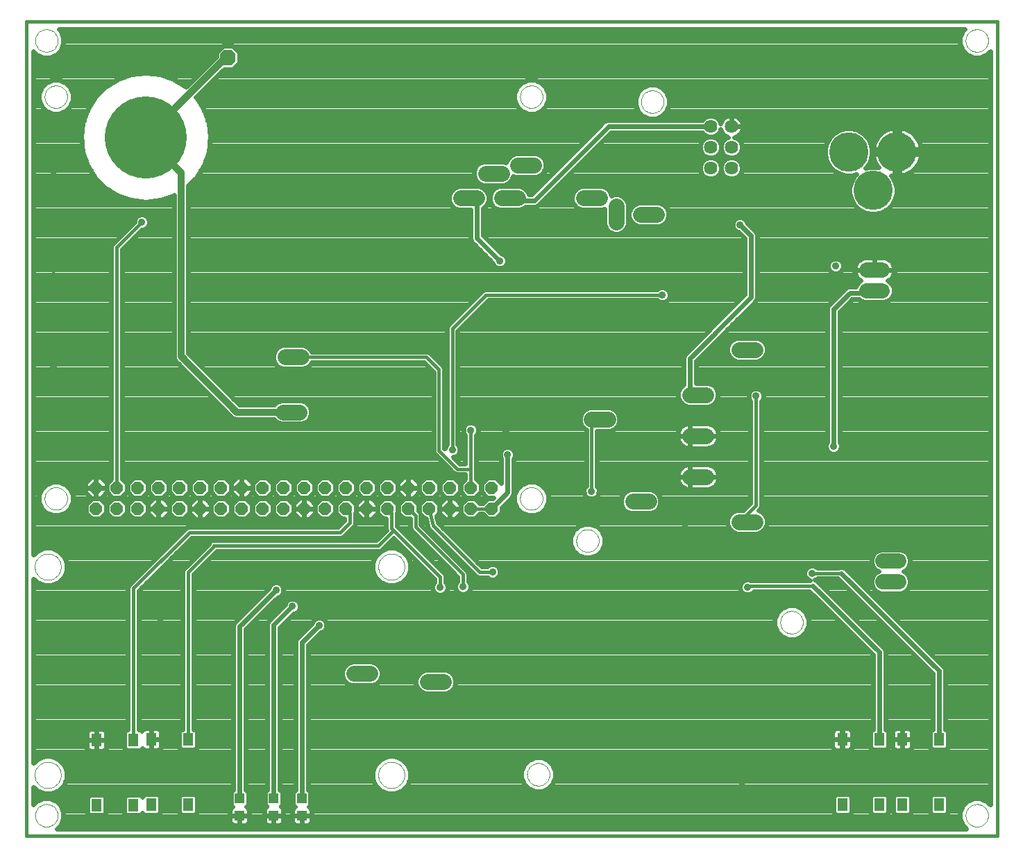
<source format=gtl>
G75*
%MOIN*%
%OFA0B0*%
%FSLAX24Y24*%
%IPPOS*%
%LPD*%
%AMOC8*
5,1,8,0,0,1.08239X$1,22.5*
%
%ADD10C,0.0160*%
%ADD11C,0.0000*%
%ADD12C,0.0768*%
%ADD13C,0.1890*%
%ADD14C,0.0640*%
%ADD15R,0.0512X0.0610*%
%ADD16R,0.0472X0.0472*%
%ADD17C,0.3937*%
%ADD18OC8,0.0760*%
%ADD19OC8,0.0600*%
%ADD20C,0.0740*%
%ADD21C,0.0240*%
%ADD22C,0.0354*%
%ADD23C,0.0320*%
D10*
X000578Y000496D02*
X000578Y039590D01*
X047231Y039590D01*
X047231Y000496D01*
X000578Y000496D01*
X005735Y005102D02*
X005735Y012385D01*
X008412Y015063D01*
X015656Y015063D01*
X016129Y015535D01*
X016129Y016017D01*
X015934Y016216D01*
X017934Y016216D02*
X018137Y016013D01*
X018137Y015259D01*
X018235Y015161D01*
X017507Y014433D01*
X009633Y014433D01*
X008363Y013163D01*
X008363Y005131D01*
X009594Y014433D02*
X009633Y014433D01*
X004934Y017216D02*
X004934Y028769D01*
X006139Y029974D01*
X013019Y023488D02*
X019810Y023488D01*
X020410Y022887D01*
X020410Y019000D01*
X021296Y018114D01*
X021934Y018114D01*
X021934Y019982D01*
X021936Y019984D01*
X021050Y019049D02*
X021050Y024856D01*
X022674Y026480D01*
X026326Y026480D01*
X026611Y026480D01*
X031139Y026480D01*
X035637Y021618D02*
X035637Y016381D01*
X034830Y015574D01*
X035282Y012503D02*
X035223Y012444D01*
X035282Y012503D02*
X038373Y012503D01*
X038334Y013114D02*
X039731Y013114D01*
X027743Y017070D02*
X027743Y020496D01*
X027743Y017070D02*
X027723Y017051D01*
X022934Y016216D02*
X021934Y016216D01*
X021934Y017216D02*
X021934Y018114D01*
X019934Y016216D02*
X020131Y015391D01*
X022349Y013173D01*
X022979Y013173D01*
X021562Y013055D02*
X021562Y012464D01*
X021562Y013055D02*
X019279Y015338D01*
X019279Y015872D01*
X018934Y016216D01*
X018235Y015161D02*
X020460Y012937D01*
X020460Y012425D01*
D11*
X017495Y013419D02*
X017497Y013469D01*
X017503Y013519D01*
X017513Y013568D01*
X017527Y013616D01*
X017544Y013663D01*
X017565Y013708D01*
X017590Y013752D01*
X017618Y013793D01*
X017650Y013832D01*
X017684Y013869D01*
X017721Y013903D01*
X017761Y013933D01*
X017803Y013960D01*
X017847Y013984D01*
X017893Y014005D01*
X017940Y014021D01*
X017988Y014034D01*
X018038Y014043D01*
X018087Y014048D01*
X018138Y014049D01*
X018188Y014046D01*
X018237Y014039D01*
X018286Y014028D01*
X018334Y014013D01*
X018380Y013995D01*
X018425Y013973D01*
X018468Y013947D01*
X018509Y013918D01*
X018548Y013886D01*
X018584Y013851D01*
X018616Y013813D01*
X018646Y013773D01*
X018673Y013730D01*
X018696Y013686D01*
X018715Y013640D01*
X018731Y013592D01*
X018743Y013543D01*
X018751Y013494D01*
X018755Y013444D01*
X018755Y013394D01*
X018751Y013344D01*
X018743Y013295D01*
X018731Y013246D01*
X018715Y013198D01*
X018696Y013152D01*
X018673Y013108D01*
X018646Y013065D01*
X018616Y013025D01*
X018584Y012987D01*
X018548Y012952D01*
X018509Y012920D01*
X018468Y012891D01*
X018425Y012865D01*
X018380Y012843D01*
X018334Y012825D01*
X018286Y012810D01*
X018237Y012799D01*
X018188Y012792D01*
X018138Y012789D01*
X018087Y012790D01*
X018038Y012795D01*
X017988Y012804D01*
X017940Y012817D01*
X017893Y012833D01*
X017847Y012854D01*
X017803Y012878D01*
X017761Y012905D01*
X017721Y012935D01*
X017684Y012969D01*
X017650Y013006D01*
X017618Y013045D01*
X017590Y013086D01*
X017565Y013130D01*
X017544Y013175D01*
X017527Y013222D01*
X017513Y013270D01*
X017503Y013319D01*
X017497Y013369D01*
X017495Y013419D01*
X024308Y016696D02*
X024310Y016742D01*
X024316Y016787D01*
X024325Y016832D01*
X024339Y016876D01*
X024356Y016919D01*
X024377Y016960D01*
X024401Y016999D01*
X024428Y017036D01*
X024458Y017070D01*
X024492Y017102D01*
X024527Y017131D01*
X024565Y017157D01*
X024605Y017179D01*
X024647Y017198D01*
X024691Y017213D01*
X024735Y017225D01*
X024780Y017233D01*
X024826Y017237D01*
X024872Y017237D01*
X024918Y017233D01*
X024963Y017225D01*
X025007Y017213D01*
X025051Y017198D01*
X025093Y017179D01*
X025133Y017157D01*
X025171Y017131D01*
X025206Y017102D01*
X025240Y017070D01*
X025270Y017036D01*
X025297Y016999D01*
X025321Y016960D01*
X025342Y016919D01*
X025359Y016876D01*
X025373Y016832D01*
X025382Y016787D01*
X025388Y016742D01*
X025390Y016696D01*
X025388Y016650D01*
X025382Y016605D01*
X025373Y016560D01*
X025359Y016516D01*
X025342Y016473D01*
X025321Y016432D01*
X025297Y016393D01*
X025270Y016356D01*
X025240Y016322D01*
X025206Y016290D01*
X025171Y016261D01*
X025133Y016235D01*
X025093Y016213D01*
X025051Y016194D01*
X025007Y016179D01*
X024963Y016167D01*
X024918Y016159D01*
X024872Y016155D01*
X024826Y016155D01*
X024780Y016159D01*
X024735Y016167D01*
X024691Y016179D01*
X024647Y016194D01*
X024605Y016213D01*
X024565Y016235D01*
X024527Y016261D01*
X024492Y016290D01*
X024458Y016322D01*
X024428Y016356D01*
X024401Y016393D01*
X024377Y016432D01*
X024356Y016473D01*
X024339Y016516D01*
X024325Y016560D01*
X024316Y016605D01*
X024310Y016650D01*
X024308Y016696D01*
X027005Y014669D02*
X027007Y014715D01*
X027013Y014760D01*
X027022Y014805D01*
X027036Y014849D01*
X027053Y014892D01*
X027074Y014933D01*
X027098Y014972D01*
X027125Y015009D01*
X027155Y015043D01*
X027189Y015075D01*
X027224Y015104D01*
X027262Y015130D01*
X027302Y015152D01*
X027344Y015171D01*
X027388Y015186D01*
X027432Y015198D01*
X027477Y015206D01*
X027523Y015210D01*
X027569Y015210D01*
X027615Y015206D01*
X027660Y015198D01*
X027704Y015186D01*
X027748Y015171D01*
X027790Y015152D01*
X027830Y015130D01*
X027868Y015104D01*
X027903Y015075D01*
X027937Y015043D01*
X027967Y015009D01*
X027994Y014972D01*
X028018Y014933D01*
X028039Y014892D01*
X028056Y014849D01*
X028070Y014805D01*
X028079Y014760D01*
X028085Y014715D01*
X028087Y014669D01*
X028085Y014623D01*
X028079Y014578D01*
X028070Y014533D01*
X028056Y014489D01*
X028039Y014446D01*
X028018Y014405D01*
X027994Y014366D01*
X027967Y014329D01*
X027937Y014295D01*
X027903Y014263D01*
X027868Y014234D01*
X027830Y014208D01*
X027790Y014186D01*
X027748Y014167D01*
X027704Y014152D01*
X027660Y014140D01*
X027615Y014132D01*
X027569Y014128D01*
X027523Y014128D01*
X027477Y014132D01*
X027432Y014140D01*
X027388Y014152D01*
X027344Y014167D01*
X027302Y014186D01*
X027262Y014208D01*
X027224Y014234D01*
X027189Y014263D01*
X027155Y014295D01*
X027125Y014329D01*
X027098Y014366D01*
X027074Y014405D01*
X027053Y014446D01*
X027036Y014489D01*
X027022Y014533D01*
X027013Y014578D01*
X027007Y014623D01*
X027005Y014669D01*
X036808Y010751D02*
X036810Y010797D01*
X036816Y010842D01*
X036825Y010887D01*
X036839Y010931D01*
X036856Y010974D01*
X036877Y011015D01*
X036901Y011054D01*
X036928Y011091D01*
X036958Y011125D01*
X036992Y011157D01*
X037027Y011186D01*
X037065Y011212D01*
X037105Y011234D01*
X037147Y011253D01*
X037191Y011268D01*
X037235Y011280D01*
X037280Y011288D01*
X037326Y011292D01*
X037372Y011292D01*
X037418Y011288D01*
X037463Y011280D01*
X037507Y011268D01*
X037551Y011253D01*
X037593Y011234D01*
X037633Y011212D01*
X037671Y011186D01*
X037706Y011157D01*
X037740Y011125D01*
X037770Y011091D01*
X037797Y011054D01*
X037821Y011015D01*
X037842Y010974D01*
X037859Y010931D01*
X037873Y010887D01*
X037882Y010842D01*
X037888Y010797D01*
X037890Y010751D01*
X037888Y010705D01*
X037882Y010660D01*
X037873Y010615D01*
X037859Y010571D01*
X037842Y010528D01*
X037821Y010487D01*
X037797Y010448D01*
X037770Y010411D01*
X037740Y010377D01*
X037706Y010345D01*
X037671Y010316D01*
X037633Y010290D01*
X037593Y010268D01*
X037551Y010249D01*
X037507Y010234D01*
X037463Y010222D01*
X037418Y010214D01*
X037372Y010210D01*
X037326Y010210D01*
X037280Y010214D01*
X037235Y010222D01*
X037191Y010234D01*
X037147Y010249D01*
X037105Y010268D01*
X037065Y010290D01*
X037027Y010316D01*
X036992Y010345D01*
X036958Y010377D01*
X036928Y010411D01*
X036901Y010448D01*
X036877Y010487D01*
X036856Y010528D01*
X036839Y010571D01*
X036825Y010615D01*
X036816Y010660D01*
X036810Y010705D01*
X036808Y010751D01*
X045706Y001480D02*
X045708Y001526D01*
X045714Y001571D01*
X045723Y001616D01*
X045737Y001660D01*
X045754Y001703D01*
X045775Y001744D01*
X045799Y001783D01*
X045826Y001820D01*
X045856Y001854D01*
X045890Y001886D01*
X045925Y001915D01*
X045963Y001941D01*
X046003Y001963D01*
X046045Y001982D01*
X046089Y001997D01*
X046133Y002009D01*
X046178Y002017D01*
X046224Y002021D01*
X046270Y002021D01*
X046316Y002017D01*
X046361Y002009D01*
X046405Y001997D01*
X046449Y001982D01*
X046491Y001963D01*
X046531Y001941D01*
X046569Y001915D01*
X046604Y001886D01*
X046638Y001854D01*
X046668Y001820D01*
X046695Y001783D01*
X046719Y001744D01*
X046740Y001703D01*
X046757Y001660D01*
X046771Y001616D01*
X046780Y001571D01*
X046786Y001526D01*
X046788Y001480D01*
X046786Y001434D01*
X046780Y001389D01*
X046771Y001344D01*
X046757Y001300D01*
X046740Y001257D01*
X046719Y001216D01*
X046695Y001177D01*
X046668Y001140D01*
X046638Y001106D01*
X046604Y001074D01*
X046569Y001045D01*
X046531Y001019D01*
X046491Y000997D01*
X046449Y000978D01*
X046405Y000963D01*
X046361Y000951D01*
X046316Y000943D01*
X046270Y000939D01*
X046224Y000939D01*
X046178Y000943D01*
X046133Y000951D01*
X046089Y000963D01*
X046045Y000978D01*
X046003Y000997D01*
X045963Y001019D01*
X045925Y001045D01*
X045890Y001074D01*
X045856Y001106D01*
X045826Y001140D01*
X045799Y001177D01*
X045775Y001216D01*
X045754Y001257D01*
X045737Y001300D01*
X045723Y001344D01*
X045714Y001389D01*
X045708Y001434D01*
X045706Y001480D01*
X024643Y003448D02*
X024645Y003494D01*
X024651Y003539D01*
X024660Y003584D01*
X024674Y003628D01*
X024691Y003671D01*
X024712Y003712D01*
X024736Y003751D01*
X024763Y003788D01*
X024793Y003822D01*
X024827Y003854D01*
X024862Y003883D01*
X024900Y003909D01*
X024940Y003931D01*
X024982Y003950D01*
X025026Y003965D01*
X025070Y003977D01*
X025115Y003985D01*
X025161Y003989D01*
X025207Y003989D01*
X025253Y003985D01*
X025298Y003977D01*
X025342Y003965D01*
X025386Y003950D01*
X025428Y003931D01*
X025468Y003909D01*
X025506Y003883D01*
X025541Y003854D01*
X025575Y003822D01*
X025605Y003788D01*
X025632Y003751D01*
X025656Y003712D01*
X025677Y003671D01*
X025694Y003628D01*
X025708Y003584D01*
X025717Y003539D01*
X025723Y003494D01*
X025725Y003448D01*
X025723Y003402D01*
X025717Y003357D01*
X025708Y003312D01*
X025694Y003268D01*
X025677Y003225D01*
X025656Y003184D01*
X025632Y003145D01*
X025605Y003108D01*
X025575Y003074D01*
X025541Y003042D01*
X025506Y003013D01*
X025468Y002987D01*
X025428Y002965D01*
X025386Y002946D01*
X025342Y002931D01*
X025298Y002919D01*
X025253Y002911D01*
X025207Y002907D01*
X025161Y002907D01*
X025115Y002911D01*
X025070Y002919D01*
X025026Y002931D01*
X024982Y002946D01*
X024940Y002965D01*
X024900Y002987D01*
X024862Y003013D01*
X024827Y003042D01*
X024793Y003074D01*
X024763Y003108D01*
X024736Y003145D01*
X024712Y003184D01*
X024691Y003225D01*
X024674Y003268D01*
X024660Y003312D01*
X024651Y003357D01*
X024645Y003402D01*
X024643Y003448D01*
X017495Y003419D02*
X017497Y003469D01*
X017503Y003519D01*
X017513Y003568D01*
X017527Y003616D01*
X017544Y003663D01*
X017565Y003708D01*
X017590Y003752D01*
X017618Y003793D01*
X017650Y003832D01*
X017684Y003869D01*
X017721Y003903D01*
X017761Y003933D01*
X017803Y003960D01*
X017847Y003984D01*
X017893Y004005D01*
X017940Y004021D01*
X017988Y004034D01*
X018038Y004043D01*
X018087Y004048D01*
X018138Y004049D01*
X018188Y004046D01*
X018237Y004039D01*
X018286Y004028D01*
X018334Y004013D01*
X018380Y003995D01*
X018425Y003973D01*
X018468Y003947D01*
X018509Y003918D01*
X018548Y003886D01*
X018584Y003851D01*
X018616Y003813D01*
X018646Y003773D01*
X018673Y003730D01*
X018696Y003686D01*
X018715Y003640D01*
X018731Y003592D01*
X018743Y003543D01*
X018751Y003494D01*
X018755Y003444D01*
X018755Y003394D01*
X018751Y003344D01*
X018743Y003295D01*
X018731Y003246D01*
X018715Y003198D01*
X018696Y003152D01*
X018673Y003108D01*
X018646Y003065D01*
X018616Y003025D01*
X018584Y002987D01*
X018548Y002952D01*
X018509Y002920D01*
X018468Y002891D01*
X018425Y002865D01*
X018380Y002843D01*
X018334Y002825D01*
X018286Y002810D01*
X018237Y002799D01*
X018188Y002792D01*
X018138Y002789D01*
X018087Y002790D01*
X018038Y002795D01*
X017988Y002804D01*
X017940Y002817D01*
X017893Y002833D01*
X017847Y002854D01*
X017803Y002878D01*
X017761Y002905D01*
X017721Y002935D01*
X017684Y002969D01*
X017650Y003006D01*
X017618Y003045D01*
X017590Y003086D01*
X017565Y003130D01*
X017544Y003175D01*
X017527Y003222D01*
X017513Y003270D01*
X017503Y003319D01*
X017497Y003369D01*
X017495Y003419D01*
X000995Y003419D02*
X000997Y003469D01*
X001003Y003519D01*
X001013Y003568D01*
X001027Y003616D01*
X001044Y003663D01*
X001065Y003708D01*
X001090Y003752D01*
X001118Y003793D01*
X001150Y003832D01*
X001184Y003869D01*
X001221Y003903D01*
X001261Y003933D01*
X001303Y003960D01*
X001347Y003984D01*
X001393Y004005D01*
X001440Y004021D01*
X001488Y004034D01*
X001538Y004043D01*
X001587Y004048D01*
X001638Y004049D01*
X001688Y004046D01*
X001737Y004039D01*
X001786Y004028D01*
X001834Y004013D01*
X001880Y003995D01*
X001925Y003973D01*
X001968Y003947D01*
X002009Y003918D01*
X002048Y003886D01*
X002084Y003851D01*
X002116Y003813D01*
X002146Y003773D01*
X002173Y003730D01*
X002196Y003686D01*
X002215Y003640D01*
X002231Y003592D01*
X002243Y003543D01*
X002251Y003494D01*
X002255Y003444D01*
X002255Y003394D01*
X002251Y003344D01*
X002243Y003295D01*
X002231Y003246D01*
X002215Y003198D01*
X002196Y003152D01*
X002173Y003108D01*
X002146Y003065D01*
X002116Y003025D01*
X002084Y002987D01*
X002048Y002952D01*
X002009Y002920D01*
X001968Y002891D01*
X001925Y002865D01*
X001880Y002843D01*
X001834Y002825D01*
X001786Y002810D01*
X001737Y002799D01*
X001688Y002792D01*
X001638Y002789D01*
X001587Y002790D01*
X001538Y002795D01*
X001488Y002804D01*
X001440Y002817D01*
X001393Y002833D01*
X001347Y002854D01*
X001303Y002878D01*
X001261Y002905D01*
X001221Y002935D01*
X001184Y002969D01*
X001150Y003006D01*
X001118Y003045D01*
X001090Y003086D01*
X001065Y003130D01*
X001044Y003175D01*
X001027Y003222D01*
X001013Y003270D01*
X001003Y003319D01*
X000997Y003369D01*
X000995Y003419D01*
X001021Y001480D02*
X001023Y001526D01*
X001029Y001571D01*
X001038Y001616D01*
X001052Y001660D01*
X001069Y001703D01*
X001090Y001744D01*
X001114Y001783D01*
X001141Y001820D01*
X001171Y001854D01*
X001205Y001886D01*
X001240Y001915D01*
X001278Y001941D01*
X001318Y001963D01*
X001360Y001982D01*
X001404Y001997D01*
X001448Y002009D01*
X001493Y002017D01*
X001539Y002021D01*
X001585Y002021D01*
X001631Y002017D01*
X001676Y002009D01*
X001720Y001997D01*
X001764Y001982D01*
X001806Y001963D01*
X001846Y001941D01*
X001884Y001915D01*
X001919Y001886D01*
X001953Y001854D01*
X001983Y001820D01*
X002010Y001783D01*
X002034Y001744D01*
X002055Y001703D01*
X002072Y001660D01*
X002086Y001616D01*
X002095Y001571D01*
X002101Y001526D01*
X002103Y001480D01*
X002101Y001434D01*
X002095Y001389D01*
X002086Y001344D01*
X002072Y001300D01*
X002055Y001257D01*
X002034Y001216D01*
X002010Y001177D01*
X001983Y001140D01*
X001953Y001106D01*
X001919Y001074D01*
X001884Y001045D01*
X001846Y001019D01*
X001806Y000997D01*
X001764Y000978D01*
X001720Y000963D01*
X001676Y000951D01*
X001631Y000943D01*
X001585Y000939D01*
X001539Y000939D01*
X001493Y000943D01*
X001448Y000951D01*
X001404Y000963D01*
X001360Y000978D01*
X001318Y000997D01*
X001278Y001019D01*
X001240Y001045D01*
X001205Y001074D01*
X001171Y001106D01*
X001141Y001140D01*
X001114Y001177D01*
X001090Y001216D01*
X001069Y001257D01*
X001052Y001300D01*
X001038Y001344D01*
X001029Y001389D01*
X001023Y001434D01*
X001021Y001480D01*
X000995Y013419D02*
X000997Y013469D01*
X001003Y013519D01*
X001013Y013568D01*
X001027Y013616D01*
X001044Y013663D01*
X001065Y013708D01*
X001090Y013752D01*
X001118Y013793D01*
X001150Y013832D01*
X001184Y013869D01*
X001221Y013903D01*
X001261Y013933D01*
X001303Y013960D01*
X001347Y013984D01*
X001393Y014005D01*
X001440Y014021D01*
X001488Y014034D01*
X001538Y014043D01*
X001587Y014048D01*
X001638Y014049D01*
X001688Y014046D01*
X001737Y014039D01*
X001786Y014028D01*
X001834Y014013D01*
X001880Y013995D01*
X001925Y013973D01*
X001968Y013947D01*
X002009Y013918D01*
X002048Y013886D01*
X002084Y013851D01*
X002116Y013813D01*
X002146Y013773D01*
X002173Y013730D01*
X002196Y013686D01*
X002215Y013640D01*
X002231Y013592D01*
X002243Y013543D01*
X002251Y013494D01*
X002255Y013444D01*
X002255Y013394D01*
X002251Y013344D01*
X002243Y013295D01*
X002231Y013246D01*
X002215Y013198D01*
X002196Y013152D01*
X002173Y013108D01*
X002146Y013065D01*
X002116Y013025D01*
X002084Y012987D01*
X002048Y012952D01*
X002009Y012920D01*
X001968Y012891D01*
X001925Y012865D01*
X001880Y012843D01*
X001834Y012825D01*
X001786Y012810D01*
X001737Y012799D01*
X001688Y012792D01*
X001638Y012789D01*
X001587Y012790D01*
X001538Y012795D01*
X001488Y012804D01*
X001440Y012817D01*
X001393Y012833D01*
X001347Y012854D01*
X001303Y012878D01*
X001261Y012905D01*
X001221Y012935D01*
X001184Y012969D01*
X001150Y013006D01*
X001118Y013045D01*
X001090Y013086D01*
X001065Y013130D01*
X001044Y013175D01*
X001027Y013222D01*
X001013Y013270D01*
X001003Y013319D01*
X000997Y013369D01*
X000995Y013419D01*
X001474Y016696D02*
X001476Y016742D01*
X001482Y016787D01*
X001491Y016832D01*
X001505Y016876D01*
X001522Y016919D01*
X001543Y016960D01*
X001567Y016999D01*
X001594Y017036D01*
X001624Y017070D01*
X001658Y017102D01*
X001693Y017131D01*
X001731Y017157D01*
X001771Y017179D01*
X001813Y017198D01*
X001857Y017213D01*
X001901Y017225D01*
X001946Y017233D01*
X001992Y017237D01*
X002038Y017237D01*
X002084Y017233D01*
X002129Y017225D01*
X002173Y017213D01*
X002217Y017198D01*
X002259Y017179D01*
X002299Y017157D01*
X002337Y017131D01*
X002372Y017102D01*
X002406Y017070D01*
X002436Y017036D01*
X002463Y016999D01*
X002487Y016960D01*
X002508Y016919D01*
X002525Y016876D01*
X002539Y016832D01*
X002548Y016787D01*
X002554Y016742D01*
X002556Y016696D01*
X002554Y016650D01*
X002548Y016605D01*
X002539Y016560D01*
X002525Y016516D01*
X002508Y016473D01*
X002487Y016432D01*
X002463Y016393D01*
X002436Y016356D01*
X002406Y016322D01*
X002372Y016290D01*
X002337Y016261D01*
X002299Y016235D01*
X002259Y016213D01*
X002217Y016194D01*
X002173Y016179D01*
X002129Y016167D01*
X002084Y016159D01*
X002038Y016155D01*
X001992Y016155D01*
X001946Y016159D01*
X001901Y016167D01*
X001857Y016179D01*
X001813Y016194D01*
X001771Y016213D01*
X001731Y016235D01*
X001693Y016261D01*
X001658Y016290D01*
X001624Y016322D01*
X001594Y016356D01*
X001567Y016393D01*
X001543Y016432D01*
X001522Y016473D01*
X001505Y016516D01*
X001491Y016560D01*
X001482Y016605D01*
X001476Y016650D01*
X001474Y016696D01*
X001474Y035988D02*
X001476Y036034D01*
X001482Y036079D01*
X001491Y036124D01*
X001505Y036168D01*
X001522Y036211D01*
X001543Y036252D01*
X001567Y036291D01*
X001594Y036328D01*
X001624Y036362D01*
X001658Y036394D01*
X001693Y036423D01*
X001731Y036449D01*
X001771Y036471D01*
X001813Y036490D01*
X001857Y036505D01*
X001901Y036517D01*
X001946Y036525D01*
X001992Y036529D01*
X002038Y036529D01*
X002084Y036525D01*
X002129Y036517D01*
X002173Y036505D01*
X002217Y036490D01*
X002259Y036471D01*
X002299Y036449D01*
X002337Y036423D01*
X002372Y036394D01*
X002406Y036362D01*
X002436Y036328D01*
X002463Y036291D01*
X002487Y036252D01*
X002508Y036211D01*
X002525Y036168D01*
X002539Y036124D01*
X002548Y036079D01*
X002554Y036034D01*
X002556Y035988D01*
X002554Y035942D01*
X002548Y035897D01*
X002539Y035852D01*
X002525Y035808D01*
X002508Y035765D01*
X002487Y035724D01*
X002463Y035685D01*
X002436Y035648D01*
X002406Y035614D01*
X002372Y035582D01*
X002337Y035553D01*
X002299Y035527D01*
X002259Y035505D01*
X002217Y035486D01*
X002173Y035471D01*
X002129Y035459D01*
X002084Y035451D01*
X002038Y035447D01*
X001992Y035447D01*
X001946Y035451D01*
X001901Y035459D01*
X001857Y035471D01*
X001813Y035486D01*
X001771Y035505D01*
X001731Y035527D01*
X001693Y035553D01*
X001658Y035582D01*
X001624Y035614D01*
X001594Y035648D01*
X001567Y035685D01*
X001543Y035724D01*
X001522Y035765D01*
X001505Y035808D01*
X001491Y035852D01*
X001482Y035897D01*
X001476Y035942D01*
X001474Y035988D01*
X001021Y038685D02*
X001023Y038731D01*
X001029Y038776D01*
X001038Y038821D01*
X001052Y038865D01*
X001069Y038908D01*
X001090Y038949D01*
X001114Y038988D01*
X001141Y039025D01*
X001171Y039059D01*
X001205Y039091D01*
X001240Y039120D01*
X001278Y039146D01*
X001318Y039168D01*
X001360Y039187D01*
X001404Y039202D01*
X001448Y039214D01*
X001493Y039222D01*
X001539Y039226D01*
X001585Y039226D01*
X001631Y039222D01*
X001676Y039214D01*
X001720Y039202D01*
X001764Y039187D01*
X001806Y039168D01*
X001846Y039146D01*
X001884Y039120D01*
X001919Y039091D01*
X001953Y039059D01*
X001983Y039025D01*
X002010Y038988D01*
X002034Y038949D01*
X002055Y038908D01*
X002072Y038865D01*
X002086Y038821D01*
X002095Y038776D01*
X002101Y038731D01*
X002103Y038685D01*
X002101Y038639D01*
X002095Y038594D01*
X002086Y038549D01*
X002072Y038505D01*
X002055Y038462D01*
X002034Y038421D01*
X002010Y038382D01*
X001983Y038345D01*
X001953Y038311D01*
X001919Y038279D01*
X001884Y038250D01*
X001846Y038224D01*
X001806Y038202D01*
X001764Y038183D01*
X001720Y038168D01*
X001676Y038156D01*
X001631Y038148D01*
X001585Y038144D01*
X001539Y038144D01*
X001493Y038148D01*
X001448Y038156D01*
X001404Y038168D01*
X001360Y038183D01*
X001318Y038202D01*
X001278Y038224D01*
X001240Y038250D01*
X001205Y038279D01*
X001171Y038311D01*
X001141Y038345D01*
X001114Y038382D01*
X001090Y038421D01*
X001069Y038462D01*
X001052Y038505D01*
X001038Y038549D01*
X001029Y038594D01*
X001023Y038639D01*
X001021Y038685D01*
X024308Y035988D02*
X024310Y036034D01*
X024316Y036079D01*
X024325Y036124D01*
X024339Y036168D01*
X024356Y036211D01*
X024377Y036252D01*
X024401Y036291D01*
X024428Y036328D01*
X024458Y036362D01*
X024492Y036394D01*
X024527Y036423D01*
X024565Y036449D01*
X024605Y036471D01*
X024647Y036490D01*
X024691Y036505D01*
X024735Y036517D01*
X024780Y036525D01*
X024826Y036529D01*
X024872Y036529D01*
X024918Y036525D01*
X024963Y036517D01*
X025007Y036505D01*
X025051Y036490D01*
X025093Y036471D01*
X025133Y036449D01*
X025171Y036423D01*
X025206Y036394D01*
X025240Y036362D01*
X025270Y036328D01*
X025297Y036291D01*
X025321Y036252D01*
X025342Y036211D01*
X025359Y036168D01*
X025373Y036124D01*
X025382Y036079D01*
X025388Y036034D01*
X025390Y035988D01*
X025388Y035942D01*
X025382Y035897D01*
X025373Y035852D01*
X025359Y035808D01*
X025342Y035765D01*
X025321Y035724D01*
X025297Y035685D01*
X025270Y035648D01*
X025240Y035614D01*
X025206Y035582D01*
X025171Y035553D01*
X025133Y035527D01*
X025093Y035505D01*
X025051Y035486D01*
X025007Y035471D01*
X024963Y035459D01*
X024918Y035451D01*
X024872Y035447D01*
X024826Y035447D01*
X024780Y035451D01*
X024735Y035459D01*
X024691Y035471D01*
X024647Y035486D01*
X024605Y035505D01*
X024565Y035527D01*
X024527Y035553D01*
X024492Y035582D01*
X024458Y035614D01*
X024428Y035648D01*
X024401Y035685D01*
X024377Y035724D01*
X024356Y035765D01*
X024339Y035808D01*
X024325Y035852D01*
X024316Y035897D01*
X024310Y035942D01*
X024308Y035988D01*
X030115Y035751D02*
X030117Y035797D01*
X030123Y035842D01*
X030132Y035887D01*
X030146Y035931D01*
X030163Y035974D01*
X030184Y036015D01*
X030208Y036054D01*
X030235Y036091D01*
X030265Y036125D01*
X030299Y036157D01*
X030334Y036186D01*
X030372Y036212D01*
X030412Y036234D01*
X030454Y036253D01*
X030498Y036268D01*
X030542Y036280D01*
X030587Y036288D01*
X030633Y036292D01*
X030679Y036292D01*
X030725Y036288D01*
X030770Y036280D01*
X030814Y036268D01*
X030858Y036253D01*
X030900Y036234D01*
X030940Y036212D01*
X030978Y036186D01*
X031013Y036157D01*
X031047Y036125D01*
X031077Y036091D01*
X031104Y036054D01*
X031128Y036015D01*
X031149Y035974D01*
X031166Y035931D01*
X031180Y035887D01*
X031189Y035842D01*
X031195Y035797D01*
X031197Y035751D01*
X031195Y035705D01*
X031189Y035660D01*
X031180Y035615D01*
X031166Y035571D01*
X031149Y035528D01*
X031128Y035487D01*
X031104Y035448D01*
X031077Y035411D01*
X031047Y035377D01*
X031013Y035345D01*
X030978Y035316D01*
X030940Y035290D01*
X030900Y035268D01*
X030858Y035249D01*
X030814Y035234D01*
X030770Y035222D01*
X030725Y035214D01*
X030679Y035210D01*
X030633Y035210D01*
X030587Y035214D01*
X030542Y035222D01*
X030498Y035234D01*
X030454Y035249D01*
X030412Y035268D01*
X030372Y035290D01*
X030334Y035316D01*
X030299Y035345D01*
X030265Y035377D01*
X030235Y035411D01*
X030208Y035448D01*
X030184Y035487D01*
X030163Y035528D01*
X030146Y035571D01*
X030132Y035615D01*
X030123Y035660D01*
X030117Y035705D01*
X030115Y035751D01*
X045706Y038685D02*
X045708Y038731D01*
X045714Y038776D01*
X045723Y038821D01*
X045737Y038865D01*
X045754Y038908D01*
X045775Y038949D01*
X045799Y038988D01*
X045826Y039025D01*
X045856Y039059D01*
X045890Y039091D01*
X045925Y039120D01*
X045963Y039146D01*
X046003Y039168D01*
X046045Y039187D01*
X046089Y039202D01*
X046133Y039214D01*
X046178Y039222D01*
X046224Y039226D01*
X046270Y039226D01*
X046316Y039222D01*
X046361Y039214D01*
X046405Y039202D01*
X046449Y039187D01*
X046491Y039168D01*
X046531Y039146D01*
X046569Y039120D01*
X046604Y039091D01*
X046638Y039059D01*
X046668Y039025D01*
X046695Y038988D01*
X046719Y038949D01*
X046740Y038908D01*
X046757Y038865D01*
X046771Y038821D01*
X046780Y038776D01*
X046786Y038731D01*
X046788Y038685D01*
X046786Y038639D01*
X046780Y038594D01*
X046771Y038549D01*
X046757Y038505D01*
X046740Y038462D01*
X046719Y038421D01*
X046695Y038382D01*
X046668Y038345D01*
X046638Y038311D01*
X046604Y038279D01*
X046569Y038250D01*
X046531Y038224D01*
X046491Y038202D01*
X046449Y038183D01*
X046405Y038168D01*
X046361Y038156D01*
X046316Y038148D01*
X046270Y038144D01*
X046224Y038144D01*
X046178Y038148D01*
X046133Y038156D01*
X046089Y038168D01*
X046045Y038183D01*
X046003Y038202D01*
X045963Y038224D01*
X045925Y038250D01*
X045890Y038279D01*
X045856Y038311D01*
X045826Y038345D01*
X045799Y038382D01*
X045775Y038421D01*
X045754Y038462D01*
X045737Y038505D01*
X045723Y038549D01*
X045714Y038594D01*
X045708Y038639D01*
X045706Y038685D01*
D12*
X030873Y030338D02*
X030105Y030338D01*
X028924Y029964D02*
X028924Y030732D01*
X028137Y031126D02*
X027369Y031126D01*
X024968Y032700D02*
X024200Y032700D01*
X023412Y032307D02*
X022645Y032307D01*
X022231Y031126D02*
X021464Y031126D01*
X023412Y031126D02*
X024180Y031126D01*
X013786Y023488D02*
X013019Y023488D01*
X012940Y020850D02*
X013708Y020850D01*
X027743Y020496D02*
X028511Y020496D01*
X032468Y019708D02*
X033235Y019708D01*
X033235Y017740D02*
X032468Y017740D01*
X030479Y016559D02*
X029712Y016559D01*
X034830Y015574D02*
X035597Y015574D01*
X033235Y021677D02*
X032468Y021677D01*
X034830Y023842D02*
X035597Y023842D01*
X020637Y007897D02*
X019869Y007897D01*
X017094Y008291D02*
X016326Y008291D01*
D13*
X041261Y031490D03*
X042403Y033340D03*
X040080Y033340D03*
D14*
X034454Y033566D03*
X034454Y032566D03*
X033454Y032566D03*
X033454Y033566D03*
X033454Y034566D03*
X034454Y034566D03*
D15*
X039781Y005131D03*
X041552Y005131D03*
X042655Y005131D03*
X044426Y005131D03*
X044426Y002001D03*
X042655Y002001D03*
X041552Y002001D03*
X039781Y002001D03*
X008363Y002001D03*
X006592Y002001D03*
X005735Y001972D03*
X003964Y001972D03*
X003964Y005102D03*
X005735Y005102D03*
X006592Y005131D03*
X008363Y005131D03*
D16*
X010834Y002287D03*
X010834Y001460D03*
X012477Y001460D03*
X012477Y002287D03*
X013826Y002287D03*
X013826Y001460D03*
D17*
X006326Y034039D03*
D18*
X010273Y037877D03*
D19*
X009934Y017216D03*
X008934Y017216D03*
X007934Y017216D03*
X006934Y017216D03*
X005934Y017216D03*
X004934Y017216D03*
X003934Y017216D03*
X003934Y016216D03*
X004934Y016216D03*
X005934Y016216D03*
X006934Y016216D03*
X007934Y016216D03*
X008934Y016216D03*
X009934Y016216D03*
X010934Y016216D03*
X011934Y016216D03*
X012934Y016216D03*
X013934Y016216D03*
X014934Y016216D03*
X015934Y016216D03*
X016934Y016216D03*
X017934Y016216D03*
X018934Y016216D03*
X019934Y016216D03*
X020934Y016216D03*
X021934Y016216D03*
X022934Y016216D03*
X022934Y017216D03*
X021934Y017216D03*
X020934Y017216D03*
X019934Y017216D03*
X018934Y017216D03*
X017934Y017216D03*
X016934Y017216D03*
X015934Y017216D03*
X014934Y017216D03*
X013934Y017216D03*
X012934Y017216D03*
X011934Y017216D03*
X010934Y017216D03*
D20*
X040956Y026677D02*
X041696Y026677D01*
X041696Y027677D02*
X040956Y027677D01*
X041743Y013700D02*
X042483Y013700D01*
X042483Y012700D02*
X041743Y012700D01*
D21*
X041230Y012898D02*
X040372Y012898D01*
X040133Y013136D02*
X041401Y013136D01*
X041432Y013167D02*
X041277Y013012D01*
X041193Y012810D01*
X041193Y012591D01*
X041277Y012389D01*
X041432Y012234D01*
X041634Y012150D01*
X042593Y012150D01*
X042795Y012234D01*
X042949Y012389D01*
X043033Y012591D01*
X043033Y012810D01*
X042949Y013012D01*
X042795Y013167D01*
X042713Y013200D01*
X042795Y013234D01*
X042949Y013389D01*
X043033Y013591D01*
X043033Y013810D01*
X042949Y014012D01*
X042795Y014167D01*
X042593Y014250D01*
X041634Y014250D01*
X041432Y014167D01*
X041277Y014012D01*
X041193Y013810D01*
X041193Y013591D01*
X041277Y013389D01*
X041432Y013234D01*
X041513Y013200D01*
X041432Y013167D01*
X041291Y013375D02*
X039885Y013375D01*
X039901Y013368D02*
X039791Y013414D01*
X039672Y013414D01*
X039575Y013374D01*
X038579Y013374D01*
X038536Y013416D01*
X038405Y013471D01*
X038263Y013471D01*
X038131Y013416D01*
X038031Y013316D01*
X037976Y013185D01*
X037976Y013043D01*
X038031Y012911D01*
X038131Y012811D01*
X038231Y012769D01*
X038217Y012763D01*
X035386Y012763D01*
X035294Y012802D01*
X035152Y012802D01*
X035021Y012747D01*
X034921Y012647D01*
X034866Y012515D01*
X034866Y012373D01*
X034921Y012242D01*
X035021Y012142D01*
X035152Y012087D01*
X035294Y012087D01*
X035426Y012142D01*
X035526Y012242D01*
X035527Y012243D01*
X038209Y012243D01*
X041252Y009200D01*
X041252Y005617D01*
X041222Y005617D01*
X041116Y005511D01*
X041116Y004752D01*
X041222Y004646D01*
X041883Y004646D01*
X041988Y004752D01*
X041988Y005511D01*
X041883Y005617D01*
X041852Y005617D01*
X041852Y009384D01*
X041806Y009494D01*
X041722Y009579D01*
X038543Y012758D01*
X038475Y012786D01*
X038536Y012811D01*
X038579Y012854D01*
X039567Y012854D01*
X044126Y008295D01*
X044126Y005617D01*
X044096Y005617D01*
X043990Y005511D01*
X043990Y004752D01*
X044096Y004646D01*
X044757Y004646D01*
X044862Y004752D01*
X044862Y005511D01*
X044757Y005617D01*
X044726Y005617D01*
X044726Y008478D01*
X044681Y008589D01*
X044596Y008673D01*
X039901Y013368D01*
X039731Y013114D02*
X044426Y008419D01*
X044426Y005131D01*
X043990Y005027D02*
X043130Y005027D01*
X043130Y005123D02*
X042662Y005123D01*
X042662Y004606D01*
X042939Y004606D01*
X042995Y004621D01*
X043046Y004650D01*
X043086Y004691D01*
X043115Y004741D01*
X043130Y004797D01*
X043130Y005123D01*
X043130Y005139D02*
X043130Y005465D01*
X043115Y005521D01*
X043086Y005572D01*
X043046Y005613D01*
X042995Y005642D01*
X042939Y005657D01*
X042662Y005657D01*
X042662Y005139D01*
X042647Y005139D01*
X042647Y005123D01*
X042662Y005123D01*
X042662Y005139D01*
X043130Y005139D01*
X043130Y005266D02*
X043990Y005266D01*
X043990Y005504D02*
X043120Y005504D01*
X042662Y005504D02*
X042647Y005504D01*
X042647Y005657D02*
X042370Y005657D01*
X042314Y005642D01*
X042264Y005613D01*
X042223Y005572D01*
X042194Y005521D01*
X042179Y005465D01*
X042179Y005139D01*
X042647Y005139D01*
X042647Y005657D01*
X042647Y005266D02*
X042662Y005266D01*
X042647Y005123D02*
X042179Y005123D01*
X042179Y004797D01*
X042194Y004741D01*
X042223Y004691D01*
X042264Y004650D01*
X042314Y004621D01*
X042370Y004606D01*
X042647Y004606D01*
X042647Y005123D01*
X042647Y005027D02*
X042662Y005027D01*
X042647Y004789D02*
X042662Y004789D01*
X043128Y004789D02*
X043990Y004789D01*
X044862Y004789D02*
X046881Y004789D01*
X046881Y005027D02*
X044862Y005027D01*
X044862Y005266D02*
X046881Y005266D01*
X046881Y005504D02*
X044862Y005504D01*
X044726Y005743D02*
X046881Y005743D01*
X046881Y005981D02*
X044726Y005981D01*
X044726Y006220D02*
X046881Y006220D01*
X046881Y006458D02*
X044726Y006458D01*
X044726Y006697D02*
X046881Y006697D01*
X046881Y006935D02*
X044726Y006935D01*
X044726Y007174D02*
X046881Y007174D01*
X046881Y007412D02*
X044726Y007412D01*
X044726Y007651D02*
X046881Y007651D01*
X046881Y007889D02*
X044726Y007889D01*
X044726Y008128D02*
X046881Y008128D01*
X046881Y008366D02*
X044726Y008366D01*
X044665Y008605D02*
X046881Y008605D01*
X046881Y008843D02*
X044426Y008843D01*
X044188Y009082D02*
X046881Y009082D01*
X046881Y009320D02*
X043949Y009320D01*
X043711Y009559D02*
X046881Y009559D01*
X046881Y009797D02*
X043472Y009797D01*
X043234Y010036D02*
X046881Y010036D01*
X046881Y010274D02*
X042995Y010274D01*
X042757Y010513D02*
X046881Y010513D01*
X046881Y010751D02*
X042518Y010751D01*
X042280Y010990D02*
X046881Y010990D01*
X046881Y011228D02*
X042041Y011228D01*
X041803Y011467D02*
X046881Y011467D01*
X046881Y011705D02*
X041564Y011705D01*
X041326Y011944D02*
X046881Y011944D01*
X046881Y012182D02*
X042669Y012182D01*
X042963Y012421D02*
X046881Y012421D01*
X046881Y012659D02*
X043033Y012659D01*
X042997Y012898D02*
X046881Y012898D01*
X046881Y013136D02*
X042825Y013136D01*
X042935Y013375D02*
X046881Y013375D01*
X046881Y013613D02*
X043033Y013613D01*
X043016Y013852D02*
X046881Y013852D01*
X046881Y014090D02*
X042871Y014090D01*
X041355Y014090D02*
X028115Y014090D01*
X028006Y013981D02*
X028234Y014209D01*
X028358Y014507D01*
X028358Y014830D01*
X028234Y015128D01*
X028006Y015357D01*
X027708Y015480D01*
X027385Y015480D01*
X027087Y015357D01*
X026858Y015128D01*
X026735Y014830D01*
X026735Y014507D01*
X026858Y014209D01*
X027087Y013981D01*
X027385Y013857D01*
X027708Y013857D01*
X028006Y013981D01*
X028284Y014329D02*
X046881Y014329D01*
X046881Y014567D02*
X028358Y014567D01*
X028358Y014806D02*
X046881Y014806D01*
X046881Y015044D02*
X035791Y015044D01*
X035710Y015010D02*
X035917Y015096D01*
X036075Y015255D01*
X036161Y015462D01*
X036161Y015686D01*
X036075Y015894D01*
X035917Y016052D01*
X035746Y016123D01*
X035784Y016161D01*
X035857Y016234D01*
X035897Y016330D01*
X035897Y021373D01*
X035940Y021415D01*
X035994Y021547D01*
X035994Y021689D01*
X035940Y021820D01*
X035839Y021920D01*
X035708Y021975D01*
X035566Y021975D01*
X035434Y021920D01*
X035334Y021820D01*
X035280Y021689D01*
X035280Y021547D01*
X035334Y021415D01*
X035377Y021373D01*
X035377Y016489D01*
X035026Y016138D01*
X034718Y016138D01*
X034510Y016052D01*
X034352Y015894D01*
X034266Y015686D01*
X034266Y015462D01*
X034352Y015255D01*
X034510Y015096D01*
X034718Y015010D01*
X035710Y015010D01*
X036087Y015283D02*
X046881Y015283D01*
X046881Y015521D02*
X036161Y015521D01*
X036131Y015760D02*
X046881Y015760D01*
X046881Y015998D02*
X035971Y015998D01*
X035858Y016237D02*
X046881Y016237D01*
X046881Y016475D02*
X035897Y016475D01*
X035897Y016714D02*
X046881Y016714D01*
X046881Y016952D02*
X035897Y016952D01*
X035897Y017191D02*
X046881Y017191D01*
X046881Y017429D02*
X035897Y017429D01*
X035897Y017668D02*
X046881Y017668D01*
X046881Y017906D02*
X035897Y017906D01*
X035897Y018145D02*
X046881Y018145D01*
X046881Y018383D02*
X035897Y018383D01*
X035897Y018622D02*
X046881Y018622D01*
X046881Y018860D02*
X039479Y018860D01*
X039428Y018839D02*
X039560Y018894D01*
X039660Y018994D01*
X039714Y019125D01*
X039714Y019267D01*
X039660Y019399D01*
X039657Y019401D01*
X039657Y025667D01*
X040269Y026278D01*
X040576Y026278D01*
X040644Y026210D01*
X040846Y026127D01*
X041805Y026127D01*
X042007Y026210D01*
X042162Y026365D01*
X042246Y026567D01*
X042246Y026786D01*
X042162Y026988D01*
X042007Y027143D01*
X041975Y027157D01*
X042005Y027172D01*
X042080Y027227D01*
X042146Y027292D01*
X042200Y027367D01*
X042243Y027450D01*
X042271Y027539D01*
X042286Y027630D01*
X042286Y027677D01*
X042286Y027723D01*
X042271Y027815D01*
X042243Y027903D01*
X042200Y027986D01*
X042146Y028061D01*
X042080Y028127D01*
X042005Y028181D01*
X041922Y028223D01*
X041834Y028252D01*
X041742Y028267D01*
X041326Y028267D01*
X041326Y027677D01*
X041326Y027677D01*
X042286Y027677D01*
X041326Y027677D01*
X041326Y027677D01*
X041326Y028267D01*
X040909Y028267D01*
X040818Y028252D01*
X040729Y028223D01*
X040647Y028181D01*
X040571Y028127D01*
X040506Y028061D01*
X040451Y027986D01*
X040409Y027903D01*
X040380Y027815D01*
X040366Y027723D01*
X040366Y027677D01*
X041326Y027677D01*
X041326Y027677D01*
X040366Y027677D01*
X040366Y027630D01*
X040380Y027539D01*
X040409Y027450D01*
X040451Y027367D01*
X040506Y027292D01*
X040571Y027227D01*
X040647Y027172D01*
X040677Y027157D01*
X040644Y027143D01*
X040490Y026988D01*
X040444Y026878D01*
X040085Y026878D01*
X039975Y026833D01*
X039890Y026748D01*
X039103Y025961D01*
X039057Y025851D01*
X039057Y019401D01*
X039054Y019399D01*
X039000Y019267D01*
X039000Y019125D01*
X039054Y018994D01*
X039155Y018894D01*
X039286Y018839D01*
X039428Y018839D01*
X039236Y018860D02*
X035897Y018860D01*
X035897Y019099D02*
X039011Y019099D01*
X039029Y019337D02*
X035897Y019337D01*
X035897Y019576D02*
X039057Y019576D01*
X039057Y019814D02*
X035897Y019814D01*
X035897Y020053D02*
X039057Y020053D01*
X039057Y020291D02*
X035897Y020291D01*
X035897Y020530D02*
X039057Y020530D01*
X039057Y020768D02*
X035897Y020768D01*
X035897Y021007D02*
X039057Y021007D01*
X039057Y021245D02*
X035897Y021245D01*
X035968Y021484D02*
X039057Y021484D01*
X039057Y021722D02*
X035980Y021722D01*
X035742Y021961D02*
X039057Y021961D01*
X039057Y022199D02*
X033447Y022199D01*
X033347Y022241D02*
X033555Y022155D01*
X033713Y021996D01*
X033799Y021789D01*
X033799Y021565D01*
X033713Y021357D01*
X033555Y021199D01*
X033347Y021113D01*
X032355Y021113D01*
X032148Y021199D01*
X031990Y021357D01*
X031904Y021565D01*
X031904Y021789D01*
X031990Y021996D01*
X032148Y022155D01*
X032168Y022163D01*
X032168Y023488D01*
X032213Y023599D01*
X033380Y024766D01*
X033394Y024799D01*
X035081Y026486D01*
X035081Y029210D01*
X034802Y029489D01*
X034798Y029489D01*
X034667Y029543D01*
X034566Y029644D01*
X034512Y029775D01*
X034512Y029917D01*
X034566Y030048D01*
X034667Y030149D01*
X034798Y030203D01*
X034940Y030203D01*
X035071Y030149D01*
X035172Y030048D01*
X035226Y029917D01*
X035226Y029913D01*
X035635Y029504D01*
X035681Y029394D01*
X035681Y026302D01*
X035635Y026192D01*
X035551Y026107D01*
X033917Y024473D01*
X033903Y024440D01*
X033819Y024355D01*
X033819Y024355D01*
X032768Y023304D01*
X032768Y022241D01*
X033347Y022241D01*
X033728Y021961D02*
X035532Y021961D01*
X035293Y021722D02*
X033799Y021722D01*
X033766Y021484D02*
X035306Y021484D01*
X035377Y021245D02*
X033601Y021245D01*
X033377Y020297D02*
X033283Y020312D01*
X032475Y020312D01*
X032475Y019716D01*
X032460Y019716D01*
X032460Y020312D01*
X032420Y020312D01*
X032326Y020297D01*
X032236Y020268D01*
X032151Y020225D01*
X032074Y020169D01*
X032007Y020102D01*
X031951Y020025D01*
X031908Y019940D01*
X031879Y019850D01*
X031864Y019756D01*
X031864Y019716D01*
X032460Y019716D01*
X032460Y019700D01*
X032475Y019700D01*
X032475Y019104D01*
X033283Y019104D01*
X033377Y019119D01*
X033467Y019149D01*
X033552Y019192D01*
X033629Y019248D01*
X033696Y019315D01*
X033752Y019392D01*
X033795Y019476D01*
X033824Y019567D01*
X033839Y019661D01*
X033839Y019700D01*
X032475Y019700D01*
X032475Y019716D01*
X033839Y019716D01*
X033839Y019756D01*
X033824Y019850D01*
X033795Y019940D01*
X033752Y020025D01*
X033696Y020102D01*
X033629Y020169D01*
X033552Y020225D01*
X033467Y020268D01*
X033377Y020297D01*
X033395Y020291D02*
X035377Y020291D01*
X035377Y020053D02*
X033731Y020053D01*
X033830Y019814D02*
X035377Y019814D01*
X035377Y019576D02*
X033826Y019576D01*
X033712Y019337D02*
X035377Y019337D01*
X035377Y019099D02*
X028003Y019099D01*
X028003Y019337D02*
X031991Y019337D01*
X032007Y019315D02*
X032074Y019248D01*
X032151Y019192D01*
X032236Y019149D01*
X032326Y019119D01*
X032420Y019104D01*
X032460Y019104D01*
X032460Y019700D01*
X031864Y019700D01*
X031864Y019661D01*
X031879Y019567D01*
X031908Y019476D01*
X031951Y019392D01*
X032007Y019315D01*
X031877Y019576D02*
X028003Y019576D01*
X028003Y019814D02*
X031873Y019814D01*
X031971Y020053D02*
X028865Y020053D01*
X028830Y020018D02*
X028989Y020176D01*
X029075Y020383D01*
X029075Y020608D01*
X028989Y020815D01*
X028830Y020974D01*
X028623Y021059D01*
X027631Y021059D01*
X027424Y020974D01*
X027265Y020815D01*
X027179Y020608D01*
X027179Y020383D01*
X027265Y020176D01*
X027424Y020018D01*
X027483Y019993D01*
X027483Y017316D01*
X027421Y017253D01*
X027366Y017122D01*
X027366Y016980D01*
X027421Y016848D01*
X027521Y016748D01*
X027652Y016694D01*
X027794Y016694D01*
X027926Y016748D01*
X028026Y016848D01*
X028081Y016980D01*
X028081Y017122D01*
X028026Y017253D01*
X028003Y017276D01*
X028003Y019932D01*
X028623Y019932D01*
X028830Y020018D01*
X029036Y020291D02*
X032307Y020291D01*
X032460Y020291D02*
X032475Y020291D01*
X032460Y020053D02*
X032475Y020053D01*
X032460Y019814D02*
X032475Y019814D01*
X032460Y019576D02*
X032475Y019576D01*
X032460Y019337D02*
X032475Y019337D01*
X032475Y018344D02*
X032475Y017748D01*
X032460Y017748D01*
X032460Y018344D01*
X032420Y018344D01*
X032326Y018329D01*
X032236Y018299D01*
X032151Y018256D01*
X032074Y018200D01*
X032007Y018133D01*
X031951Y018056D01*
X031908Y017971D01*
X031879Y017881D01*
X031864Y017787D01*
X031864Y017748D01*
X032460Y017748D01*
X032460Y017732D01*
X032475Y017732D01*
X032475Y017136D01*
X033283Y017136D01*
X033377Y017151D01*
X033467Y017180D01*
X033552Y017223D01*
X033629Y017279D01*
X033696Y017346D01*
X033752Y017423D01*
X033795Y017508D01*
X033824Y017598D01*
X033839Y017692D01*
X033839Y017732D01*
X032475Y017732D01*
X032475Y017748D01*
X033839Y017748D01*
X033839Y017787D01*
X033824Y017881D01*
X033795Y017971D01*
X033752Y018056D01*
X033696Y018133D01*
X033629Y018200D01*
X033552Y018256D01*
X033467Y018299D01*
X033377Y018329D01*
X033283Y018344D01*
X032475Y018344D01*
X032460Y018145D02*
X032475Y018145D01*
X032460Y017906D02*
X032475Y017906D01*
X032460Y017732D02*
X031864Y017732D01*
X031864Y017692D01*
X031879Y017598D01*
X031908Y017508D01*
X031951Y017423D01*
X032007Y017346D01*
X032074Y017279D01*
X032151Y017223D01*
X032236Y017180D01*
X032326Y017151D01*
X032420Y017136D01*
X032460Y017136D01*
X032460Y017732D01*
X032460Y017668D02*
X032475Y017668D01*
X032460Y017429D02*
X032475Y017429D01*
X032460Y017191D02*
X032475Y017191D01*
X032215Y017191D02*
X028052Y017191D01*
X028069Y016952D02*
X029308Y016952D01*
X029234Y016878D02*
X029148Y016671D01*
X029148Y016446D01*
X029234Y016239D01*
X029392Y016081D01*
X029599Y015995D01*
X030591Y015995D01*
X030799Y016081D01*
X030957Y016239D01*
X031043Y016446D01*
X031043Y016671D01*
X030957Y016878D01*
X030799Y017037D01*
X030591Y017122D01*
X029599Y017122D01*
X029392Y017037D01*
X029234Y016878D01*
X029166Y016714D02*
X027843Y016714D01*
X027604Y016714D02*
X025661Y016714D01*
X025661Y016858D02*
X025537Y017156D01*
X025309Y017384D01*
X025011Y017508D01*
X024688Y017508D01*
X024390Y017384D01*
X024162Y017156D01*
X024038Y016858D01*
X024038Y016535D01*
X024162Y016237D01*
X023414Y016237D01*
X023414Y016272D02*
X023878Y016735D01*
X023962Y016820D01*
X024008Y016930D01*
X024008Y018598D01*
X024010Y018600D01*
X024065Y018732D01*
X024065Y018874D01*
X024010Y019005D01*
X023910Y019105D01*
X023779Y019160D01*
X023637Y019160D01*
X023505Y019105D01*
X023405Y019005D01*
X023351Y018874D01*
X023351Y018732D01*
X023405Y018600D01*
X023408Y018598D01*
X023408Y017421D01*
X023133Y017696D01*
X022735Y017696D01*
X022454Y017415D01*
X022454Y017017D01*
X022735Y016736D01*
X023030Y016736D01*
X022990Y016696D01*
X022735Y016696D01*
X022515Y016476D01*
X022353Y016476D01*
X022133Y016696D01*
X021735Y016696D01*
X021454Y016415D01*
X021454Y016017D01*
X021735Y015736D01*
X022133Y015736D01*
X022353Y015956D01*
X022515Y015956D01*
X022735Y015736D01*
X023133Y015736D01*
X023414Y016017D01*
X023414Y016272D01*
X023395Y015998D02*
X024415Y015998D01*
X024390Y016009D02*
X024688Y015885D01*
X025011Y015885D01*
X025309Y016009D01*
X025537Y016237D01*
X025661Y016535D01*
X025661Y016858D01*
X025622Y016952D02*
X027378Y016952D01*
X027395Y017191D02*
X025503Y017191D01*
X025201Y017429D02*
X027483Y017429D01*
X027483Y017668D02*
X024008Y017668D01*
X024008Y017906D02*
X027483Y017906D01*
X027483Y018145D02*
X024008Y018145D01*
X024008Y018383D02*
X027483Y018383D01*
X027483Y018622D02*
X024019Y018622D01*
X024065Y018860D02*
X027483Y018860D01*
X027483Y019099D02*
X023917Y019099D01*
X023708Y018803D02*
X023708Y016990D01*
X022934Y016216D01*
X022712Y015760D02*
X022156Y015760D01*
X021712Y015760D02*
X021213Y015760D01*
X021149Y015696D02*
X021454Y016001D01*
X021454Y016216D01*
X020934Y016216D01*
X020934Y016216D01*
X020934Y015696D01*
X020719Y015696D01*
X020414Y016001D01*
X020414Y016216D01*
X020934Y016216D01*
X020934Y016216D01*
X020934Y015696D01*
X021149Y015696D01*
X020934Y015760D02*
X020934Y015760D01*
X020934Y015998D02*
X020934Y015998D01*
X020934Y016216D02*
X020934Y016216D01*
X020414Y016216D01*
X020414Y016431D01*
X020719Y016736D01*
X020934Y016736D01*
X020934Y016216D01*
X020934Y016216D01*
X021454Y016216D01*
X021454Y016431D01*
X021149Y016736D01*
X020934Y016736D01*
X020934Y016216D01*
X020934Y016237D02*
X020934Y016237D01*
X020934Y016475D02*
X020934Y016475D01*
X020934Y016714D02*
X020934Y016714D01*
X020735Y016736D02*
X021133Y016736D01*
X021414Y017017D01*
X021414Y017415D01*
X021133Y017696D01*
X020735Y017696D01*
X020454Y017415D01*
X020454Y017017D01*
X020735Y016736D01*
X020696Y016714D02*
X019167Y016714D01*
X019149Y016696D02*
X019454Y017001D01*
X019454Y017216D01*
X018934Y017216D01*
X018934Y017216D01*
X018934Y016696D01*
X018719Y016696D01*
X018414Y017001D01*
X018414Y017216D01*
X018934Y017216D01*
X018934Y017216D01*
X018934Y016696D01*
X019149Y016696D01*
X019133Y016696D02*
X018735Y016696D01*
X018454Y016415D01*
X018454Y016017D01*
X018735Y015736D01*
X019019Y015736D01*
X019019Y015286D01*
X019058Y015191D01*
X021302Y012947D01*
X021302Y012709D01*
X021259Y012666D01*
X021205Y012535D01*
X021205Y012393D01*
X021259Y012262D01*
X021360Y012161D01*
X021491Y012107D01*
X021633Y012107D01*
X021764Y012161D01*
X021865Y012262D01*
X021919Y012393D01*
X021919Y012535D01*
X021865Y012666D01*
X021822Y012709D01*
X021822Y013106D01*
X021782Y013202D01*
X021709Y013275D01*
X019539Y015446D01*
X019539Y015923D01*
X019532Y015939D01*
X019735Y015736D01*
X019781Y015736D01*
X019871Y015361D01*
X019871Y015340D01*
X019883Y015311D01*
X019890Y015281D01*
X019902Y015263D01*
X019910Y015244D01*
X019932Y015222D01*
X019951Y015197D01*
X019969Y015186D01*
X022129Y013025D01*
X022202Y012952D01*
X022298Y012913D01*
X022734Y012913D01*
X022777Y012870D01*
X022908Y012816D01*
X023050Y012816D01*
X023182Y012870D01*
X023282Y012970D01*
X023336Y013102D01*
X023336Y013244D01*
X023282Y013375D01*
X023182Y013476D01*
X023050Y013530D01*
X022908Y013530D01*
X022777Y013476D01*
X022734Y013433D01*
X022457Y013433D01*
X020367Y015523D01*
X020281Y015884D01*
X020414Y016017D01*
X020414Y016415D01*
X020133Y016696D01*
X019735Y016696D01*
X019454Y016415D01*
X019454Y016064D01*
X019426Y016092D01*
X019414Y016104D01*
X019414Y016415D01*
X019133Y016696D01*
X018934Y016714D02*
X018934Y016714D01*
X018701Y016714D02*
X017172Y016714D01*
X017149Y016736D02*
X016934Y016736D01*
X016719Y016736D01*
X016414Y016431D01*
X016414Y016216D01*
X016414Y016001D01*
X016719Y015696D01*
X016934Y015696D01*
X016934Y016216D01*
X016934Y016216D01*
X016414Y016216D01*
X016934Y016216D01*
X016934Y016216D01*
X016934Y015696D01*
X017149Y015696D01*
X017454Y016001D01*
X017454Y016216D01*
X016934Y016216D01*
X016934Y016216D01*
X016934Y016736D01*
X016934Y016216D01*
X016934Y016216D01*
X017454Y016216D01*
X017454Y016431D01*
X017149Y016736D01*
X017133Y016736D02*
X017414Y017017D01*
X017414Y017415D01*
X017133Y017696D01*
X016735Y017696D01*
X016454Y017415D01*
X016454Y017017D01*
X016735Y016736D01*
X017133Y016736D01*
X016934Y016714D02*
X016934Y016714D01*
X016696Y016714D02*
X014172Y016714D01*
X014149Y016736D02*
X013934Y016736D01*
X013719Y016736D01*
X013414Y016431D01*
X013414Y016216D01*
X013414Y016001D01*
X013719Y015696D01*
X013934Y015696D01*
X013934Y016216D01*
X013934Y016216D01*
X013414Y016216D01*
X013934Y016216D01*
X013934Y016216D01*
X013934Y015696D01*
X014149Y015696D01*
X014454Y016001D01*
X014454Y016216D01*
X013934Y016216D01*
X013934Y016216D01*
X013934Y016736D01*
X013934Y016216D01*
X013934Y016216D01*
X014454Y016216D01*
X014454Y016431D01*
X014149Y016736D01*
X014133Y016736D02*
X014414Y017017D01*
X014414Y017415D01*
X014133Y017696D01*
X013735Y017696D01*
X013454Y017415D01*
X013454Y017017D01*
X013735Y016736D01*
X014133Y016736D01*
X013934Y016714D02*
X013934Y016714D01*
X013696Y016714D02*
X011167Y016714D01*
X011149Y016696D02*
X011454Y017001D01*
X011454Y017216D01*
X010934Y017216D01*
X010934Y017216D01*
X010934Y016696D01*
X010719Y016696D01*
X010414Y017001D01*
X010414Y017216D01*
X010934Y017216D01*
X010934Y017216D01*
X010934Y016696D01*
X011149Y016696D01*
X011133Y016696D02*
X010735Y016696D01*
X010454Y016415D01*
X010454Y016017D01*
X010735Y015736D01*
X011133Y015736D01*
X011414Y016017D01*
X011414Y016415D01*
X011133Y016696D01*
X010934Y016714D02*
X010934Y016714D01*
X010701Y016714D02*
X009172Y016714D01*
X009149Y016736D02*
X008934Y016736D01*
X008719Y016736D01*
X008414Y016431D01*
X008414Y016216D01*
X008414Y016001D01*
X008719Y015696D01*
X008934Y015696D01*
X008934Y016216D01*
X008934Y016216D01*
X008414Y016216D01*
X008934Y016216D01*
X008934Y016216D01*
X008934Y015696D01*
X009149Y015696D01*
X009454Y016001D01*
X009454Y016216D01*
X008934Y016216D01*
X008934Y016216D01*
X008934Y016736D01*
X008934Y016216D01*
X008934Y016216D01*
X009454Y016216D01*
X009454Y016431D01*
X009149Y016736D01*
X009133Y016736D02*
X009414Y017017D01*
X009414Y017415D01*
X009133Y017696D01*
X008735Y017696D01*
X008454Y017415D01*
X008454Y017017D01*
X008735Y016736D01*
X009133Y016736D01*
X008934Y016714D02*
X008934Y016714D01*
X008696Y016714D02*
X007172Y016714D01*
X007149Y016736D02*
X007454Y016431D01*
X007454Y016216D01*
X006934Y016216D01*
X006934Y016216D01*
X006934Y015696D01*
X006719Y015696D01*
X006414Y016001D01*
X006414Y016216D01*
X006934Y016216D01*
X006934Y016216D01*
X006934Y015696D01*
X007149Y015696D01*
X007454Y016001D01*
X007454Y016216D01*
X006934Y016216D01*
X006414Y016216D01*
X006414Y016431D01*
X006719Y016736D01*
X006934Y016736D01*
X006934Y016216D01*
X006934Y016216D01*
X006934Y016216D01*
X006934Y016736D01*
X007149Y016736D01*
X007133Y016736D02*
X007414Y017017D01*
X007414Y017415D01*
X007133Y017696D01*
X006735Y017696D01*
X006454Y017415D01*
X006454Y017017D01*
X006735Y016736D01*
X007133Y016736D01*
X006934Y016714D02*
X006934Y016714D01*
X006696Y016714D02*
X004167Y016714D01*
X004149Y016696D02*
X004454Y017001D01*
X004454Y017216D01*
X003934Y017216D01*
X003934Y017216D01*
X003934Y016696D01*
X003719Y016696D01*
X003414Y017001D01*
X003414Y017216D01*
X003934Y017216D01*
X003934Y017216D01*
X003934Y016696D01*
X004149Y016696D01*
X004133Y016696D02*
X003735Y016696D01*
X003454Y016415D01*
X003454Y016017D01*
X003735Y015736D01*
X004133Y015736D01*
X004414Y016017D01*
X004414Y016415D01*
X004133Y016696D01*
X003934Y016714D02*
X003934Y016714D01*
X003701Y016714D02*
X002826Y016714D01*
X002826Y016858D02*
X002703Y017156D01*
X002474Y017384D01*
X002176Y017508D01*
X001853Y017508D01*
X001555Y017384D01*
X001327Y017156D01*
X001203Y016858D01*
X001203Y016535D01*
X001327Y016237D01*
X001555Y016009D01*
X001853Y015885D01*
X002176Y015885D01*
X002474Y016009D01*
X002703Y016237D01*
X002826Y016535D01*
X002826Y016858D01*
X002787Y016952D02*
X003463Y016952D01*
X003414Y017191D02*
X002668Y017191D01*
X002366Y017429D02*
X003414Y017429D01*
X003414Y017431D02*
X003414Y017216D01*
X003934Y017216D01*
X003934Y017216D01*
X003934Y017736D01*
X003719Y017736D01*
X003414Y017431D01*
X003650Y017668D02*
X000928Y017668D01*
X000928Y017906D02*
X004674Y017906D01*
X004674Y017668D02*
X004218Y017668D01*
X004149Y017736D02*
X003934Y017736D01*
X003934Y017216D01*
X003934Y017216D01*
X004454Y017216D01*
X004454Y017431D01*
X004149Y017736D01*
X003934Y017668D02*
X003934Y017668D01*
X003934Y017429D02*
X003934Y017429D01*
X003934Y017191D02*
X003934Y017191D01*
X003934Y016952D02*
X003934Y016952D01*
X004405Y016952D02*
X004519Y016952D01*
X004454Y017017D02*
X004735Y016736D01*
X005133Y016736D01*
X005414Y017017D01*
X005414Y017415D01*
X005194Y017635D01*
X005194Y028662D01*
X006149Y029617D01*
X006210Y029617D01*
X006341Y029671D01*
X006442Y029772D01*
X006496Y029903D01*
X006496Y030045D01*
X006442Y030176D01*
X006341Y030277D01*
X006210Y030331D01*
X006068Y030331D01*
X005936Y030277D01*
X005836Y030176D01*
X005782Y030045D01*
X005782Y029984D01*
X004714Y028916D01*
X004674Y028821D01*
X004674Y017635D01*
X004454Y017415D01*
X004454Y017017D01*
X004454Y017191D02*
X004454Y017191D01*
X004454Y017429D02*
X004468Y017429D01*
X005194Y017668D02*
X005707Y017668D01*
X005735Y017696D02*
X005454Y017415D01*
X005454Y017017D01*
X005735Y016736D01*
X006133Y016736D01*
X006414Y017017D01*
X006414Y017415D01*
X006133Y017696D01*
X005735Y017696D01*
X005468Y017429D02*
X005400Y017429D01*
X005414Y017191D02*
X005454Y017191D01*
X005519Y016952D02*
X005349Y016952D01*
X005133Y016696D02*
X005414Y016415D01*
X005414Y016017D01*
X005133Y015736D01*
X004735Y015736D01*
X004454Y016017D01*
X004454Y016415D01*
X004735Y016696D01*
X005133Y016696D01*
X005354Y016475D02*
X005514Y016475D01*
X005454Y016415D02*
X005454Y016017D01*
X005735Y015736D01*
X006133Y015736D01*
X006414Y016017D01*
X006414Y016415D01*
X006133Y016696D01*
X005735Y016696D01*
X005454Y016415D01*
X005454Y016237D02*
X005414Y016237D01*
X005395Y015998D02*
X005473Y015998D01*
X005712Y015760D02*
X005156Y015760D01*
X004712Y015760D02*
X004156Y015760D01*
X004395Y015998D02*
X004473Y015998D01*
X004454Y016237D02*
X004414Y016237D01*
X004354Y016475D02*
X004514Y016475D01*
X003514Y016475D02*
X002801Y016475D01*
X002702Y016237D02*
X003454Y016237D01*
X003473Y015998D02*
X002449Y015998D01*
X001580Y015998D02*
X000928Y015998D01*
X000928Y015760D02*
X003712Y015760D01*
X002135Y014182D02*
X001804Y014319D01*
X001446Y014319D01*
X001115Y014182D01*
X000928Y013994D01*
X000928Y038171D01*
X001102Y037997D01*
X001401Y037873D01*
X001723Y037873D01*
X002022Y037997D01*
X002250Y038225D01*
X002373Y038523D01*
X002373Y038846D01*
X002250Y039144D01*
X002154Y039240D01*
X045655Y039240D01*
X045559Y039144D01*
X045436Y038846D01*
X045436Y038523D01*
X045559Y038225D01*
X045787Y037997D01*
X046086Y037873D01*
X046408Y037873D01*
X046707Y037997D01*
X046881Y038171D01*
X046881Y001993D01*
X046707Y002168D01*
X046408Y002291D01*
X046086Y002291D01*
X045787Y002168D01*
X045559Y001939D01*
X045436Y001641D01*
X045436Y001318D01*
X045559Y001020D01*
X045734Y000846D01*
X002075Y000846D01*
X002250Y001020D01*
X002373Y001318D01*
X002373Y001641D01*
X002250Y001939D01*
X002022Y002168D01*
X001723Y002291D01*
X001401Y002291D01*
X001102Y002168D01*
X000928Y001993D01*
X000928Y002843D01*
X001115Y002656D01*
X001446Y002519D01*
X001804Y002519D01*
X002135Y002656D01*
X002388Y002909D01*
X002525Y003240D01*
X002525Y003598D01*
X002388Y003929D01*
X002135Y004182D01*
X001804Y004319D01*
X001446Y004319D01*
X001115Y004182D01*
X000928Y003994D01*
X000928Y012843D01*
X001115Y012656D01*
X001446Y012519D01*
X001804Y012519D01*
X002135Y012656D01*
X002388Y012909D01*
X002525Y013240D01*
X002525Y013598D01*
X002388Y013929D01*
X002135Y014182D01*
X002226Y014090D02*
X007072Y014090D01*
X006834Y013852D02*
X002420Y013852D01*
X002519Y013613D02*
X006595Y013613D01*
X006357Y013375D02*
X002525Y013375D01*
X002482Y013136D02*
X006118Y013136D01*
X005880Y012898D02*
X002376Y012898D01*
X002138Y012659D02*
X005641Y012659D01*
X005515Y012533D02*
X005475Y012437D01*
X005475Y005587D01*
X005405Y005587D01*
X005299Y005482D01*
X005299Y004722D01*
X005405Y004617D01*
X006066Y004617D01*
X006152Y004704D01*
X006160Y004691D01*
X006201Y004650D01*
X006251Y004621D01*
X006307Y004606D01*
X006584Y004606D01*
X006584Y005123D01*
X006599Y005123D01*
X006599Y004606D01*
X006876Y004606D01*
X006932Y004621D01*
X006983Y004650D01*
X007023Y004691D01*
X007052Y004741D01*
X007067Y004797D01*
X007067Y005123D01*
X006599Y005123D01*
X006599Y005139D01*
X006584Y005139D01*
X006584Y005657D01*
X006307Y005657D01*
X006251Y005642D01*
X006201Y005613D01*
X006160Y005572D01*
X006131Y005522D01*
X006066Y005587D01*
X005995Y005587D01*
X005995Y012278D01*
X008520Y014803D01*
X015708Y014803D01*
X015804Y014842D01*
X016349Y015388D01*
X016389Y015483D01*
X016389Y015992D01*
X016414Y016017D01*
X016414Y016415D01*
X016133Y016696D01*
X015735Y016696D01*
X015454Y016415D01*
X015454Y016017D01*
X015735Y015736D01*
X015869Y015736D01*
X015869Y015643D01*
X015549Y015323D01*
X008361Y015323D01*
X008265Y015283D01*
X008192Y015210D01*
X008192Y015210D01*
X005515Y012533D01*
X005475Y012421D02*
X000928Y012421D01*
X000928Y012659D02*
X001112Y012659D01*
X000928Y012182D02*
X005475Y012182D01*
X005475Y011944D02*
X000928Y011944D01*
X000928Y011705D02*
X005475Y011705D01*
X005475Y011467D02*
X000928Y011467D01*
X000928Y011228D02*
X005475Y011228D01*
X005475Y010990D02*
X000928Y010990D01*
X000928Y010751D02*
X005475Y010751D01*
X005475Y010513D02*
X000928Y010513D01*
X000928Y010274D02*
X005475Y010274D01*
X005475Y010036D02*
X000928Y010036D01*
X000928Y009797D02*
X005475Y009797D01*
X005475Y009559D02*
X000928Y009559D01*
X000928Y009320D02*
X005475Y009320D01*
X005475Y009082D02*
X000928Y009082D01*
X000928Y008843D02*
X005475Y008843D01*
X005475Y008605D02*
X000928Y008605D01*
X000928Y008366D02*
X005475Y008366D01*
X005475Y008128D02*
X000928Y008128D01*
X000928Y007889D02*
X005475Y007889D01*
X005475Y007651D02*
X000928Y007651D01*
X000928Y007412D02*
X005475Y007412D01*
X005475Y007174D02*
X000928Y007174D01*
X000928Y006935D02*
X005475Y006935D01*
X005475Y006697D02*
X000928Y006697D01*
X000928Y006458D02*
X005475Y006458D01*
X005475Y006220D02*
X000928Y006220D01*
X000928Y005981D02*
X005475Y005981D01*
X005475Y005743D02*
X000928Y005743D01*
X000928Y005504D02*
X003510Y005504D01*
X003503Y005492D02*
X003488Y005436D01*
X003488Y005110D01*
X003956Y005110D01*
X003956Y005627D01*
X003679Y005627D01*
X003623Y005612D01*
X003573Y005583D01*
X003532Y005542D01*
X003503Y005492D01*
X003488Y005266D02*
X000928Y005266D01*
X000928Y005027D02*
X003488Y005027D01*
X003488Y005094D02*
X003488Y004768D01*
X003503Y004712D01*
X003532Y004662D01*
X003573Y004621D01*
X003623Y004592D01*
X003679Y004577D01*
X003956Y004577D01*
X003956Y005094D01*
X003972Y005094D01*
X003972Y005110D01*
X004439Y005110D01*
X004439Y005436D01*
X004424Y005492D01*
X004396Y005542D01*
X004355Y005583D01*
X004304Y005612D01*
X004248Y005627D01*
X003972Y005627D01*
X003972Y005110D01*
X003956Y005110D01*
X003956Y005094D01*
X003488Y005094D01*
X003488Y004789D02*
X000928Y004789D01*
X000928Y004550D02*
X010534Y004550D01*
X010534Y004312D02*
X001821Y004312D01*
X001429Y004312D02*
X000928Y004312D01*
X000928Y004073D02*
X001007Y004073D01*
X002243Y004073D02*
X010534Y004073D01*
X010534Y003835D02*
X002427Y003835D01*
X002525Y003596D02*
X010534Y003596D01*
X010534Y003358D02*
X002525Y003358D01*
X002475Y003119D02*
X010534Y003119D01*
X010534Y002881D02*
X002359Y002881D01*
X002101Y002642D02*
X010462Y002642D01*
X010417Y002598D02*
X010417Y001976D01*
X010500Y001894D01*
X010462Y001872D01*
X010421Y001831D01*
X010392Y001781D01*
X010377Y001725D01*
X010377Y001460D01*
X010377Y001195D01*
X010392Y001139D01*
X010421Y001089D01*
X010462Y001048D01*
X010513Y001019D01*
X010568Y001004D01*
X010834Y001004D01*
X011099Y001004D01*
X011155Y001019D01*
X011205Y001048D01*
X011246Y001089D01*
X011275Y001139D01*
X011290Y001195D01*
X011290Y001460D01*
X010834Y001460D01*
X010834Y001460D01*
X010834Y001004D01*
X010834Y001460D01*
X010834Y001460D01*
X011290Y001460D01*
X011290Y001725D01*
X011275Y001781D01*
X011246Y001831D01*
X011205Y001872D01*
X011168Y001894D01*
X011250Y001976D01*
X011250Y002598D01*
X011144Y002703D01*
X011134Y002703D01*
X011134Y010430D01*
X012653Y011949D01*
X012657Y011949D01*
X012788Y012004D01*
X012888Y012104D01*
X012943Y012236D01*
X012943Y012378D01*
X012888Y012509D01*
X012788Y012609D01*
X012657Y012664D01*
X012515Y012664D01*
X012383Y012609D01*
X012283Y012509D01*
X012228Y012378D01*
X012228Y012374D01*
X010579Y010725D01*
X010534Y010614D01*
X010534Y002703D01*
X010523Y002703D01*
X010417Y002598D01*
X010417Y002404D02*
X008777Y002404D01*
X008799Y002381D02*
X008694Y002487D01*
X008033Y002487D01*
X007927Y002381D01*
X007927Y001622D01*
X008033Y001516D01*
X008694Y001516D01*
X008799Y001622D01*
X008799Y002381D01*
X008799Y002165D02*
X010417Y002165D01*
X010467Y001927D02*
X008799Y001927D01*
X008799Y001688D02*
X010377Y001688D01*
X010377Y001460D02*
X010834Y001460D01*
X010377Y001460D01*
X010377Y001450D02*
X002373Y001450D01*
X002354Y001688D02*
X003528Y001688D01*
X003528Y001592D02*
X003633Y001487D01*
X004294Y001487D01*
X004399Y001592D01*
X004399Y002352D01*
X004294Y002457D01*
X003633Y002457D01*
X003528Y002352D01*
X003528Y001592D01*
X003528Y001927D02*
X002255Y001927D01*
X002024Y002165D02*
X003528Y002165D01*
X003580Y002404D02*
X000928Y002404D01*
X000928Y002642D02*
X001149Y002642D01*
X001100Y002165D02*
X000928Y002165D01*
X002329Y001211D02*
X010377Y001211D01*
X010834Y001211D02*
X010834Y001211D01*
X010834Y001450D02*
X010834Y001450D01*
X010834Y001460D02*
X010834Y001460D01*
X011290Y001450D02*
X012021Y001450D01*
X012021Y001460D02*
X012021Y001195D01*
X012036Y001139D01*
X012065Y001089D01*
X012106Y001048D01*
X012156Y001019D01*
X012212Y001004D01*
X012477Y001004D01*
X012477Y001460D01*
X012021Y001460D01*
X012477Y001460D01*
X012477Y001460D01*
X012477Y001460D01*
X012477Y001004D01*
X012743Y001004D01*
X012798Y001019D01*
X012849Y001048D01*
X012890Y001089D01*
X012919Y001139D01*
X012934Y001195D01*
X012934Y001460D01*
X012477Y001460D01*
X012477Y001460D01*
X012934Y001460D01*
X012934Y001725D01*
X012919Y001781D01*
X012890Y001831D01*
X012849Y001872D01*
X012811Y001894D01*
X012894Y001976D01*
X012894Y002598D01*
X012788Y002703D01*
X012777Y002703D01*
X012777Y010499D01*
X013440Y011162D01*
X013444Y011162D01*
X013575Y011216D01*
X013676Y011317D01*
X013730Y011448D01*
X013730Y011590D01*
X013676Y011722D01*
X013575Y011822D01*
X013444Y011876D01*
X013302Y011876D01*
X013171Y011822D01*
X013070Y011722D01*
X013016Y011590D01*
X013016Y011586D01*
X012223Y010793D01*
X012177Y010683D01*
X012177Y002703D01*
X012167Y002703D01*
X012061Y002598D01*
X012061Y001976D01*
X012143Y001894D01*
X012106Y001872D01*
X012065Y001831D01*
X012036Y001781D01*
X012021Y001725D01*
X012021Y001460D01*
X012021Y001688D02*
X011290Y001688D01*
X011200Y001927D02*
X012111Y001927D01*
X012061Y002165D02*
X011250Y002165D01*
X011250Y002404D02*
X012061Y002404D01*
X012106Y002642D02*
X011205Y002642D01*
X011134Y002881D02*
X012177Y002881D01*
X012177Y003119D02*
X011134Y003119D01*
X011134Y003358D02*
X012177Y003358D01*
X012177Y003596D02*
X011134Y003596D01*
X011134Y003835D02*
X012177Y003835D01*
X012177Y004073D02*
X011134Y004073D01*
X011134Y004312D02*
X012177Y004312D01*
X012177Y004550D02*
X011134Y004550D01*
X011134Y004789D02*
X012177Y004789D01*
X012177Y005027D02*
X011134Y005027D01*
X011134Y005266D02*
X012177Y005266D01*
X012177Y005504D02*
X011134Y005504D01*
X011134Y005743D02*
X012177Y005743D01*
X012177Y005981D02*
X011134Y005981D01*
X011134Y006220D02*
X012177Y006220D01*
X012177Y006458D02*
X011134Y006458D01*
X011134Y006697D02*
X012177Y006697D01*
X012177Y006935D02*
X011134Y006935D01*
X011134Y007174D02*
X012177Y007174D01*
X012177Y007412D02*
X011134Y007412D01*
X011134Y007651D02*
X012177Y007651D01*
X012177Y007889D02*
X011134Y007889D01*
X011134Y008128D02*
X012177Y008128D01*
X012177Y008366D02*
X011134Y008366D01*
X011134Y008605D02*
X012177Y008605D01*
X012177Y008843D02*
X011134Y008843D01*
X011134Y009082D02*
X012177Y009082D01*
X012177Y009320D02*
X011134Y009320D01*
X011134Y009559D02*
X012177Y009559D01*
X012177Y009797D02*
X011134Y009797D01*
X011134Y010036D02*
X012177Y010036D01*
X012177Y010274D02*
X011134Y010274D01*
X011216Y010513D02*
X012177Y010513D01*
X012205Y010751D02*
X011454Y010751D01*
X011693Y010990D02*
X012419Y010990D01*
X012658Y011228D02*
X011931Y011228D01*
X012170Y011467D02*
X012896Y011467D01*
X013063Y011705D02*
X012408Y011705D01*
X012647Y011944D02*
X038509Y011944D01*
X038270Y012182D02*
X035466Y012182D01*
X034981Y012182D02*
X021785Y012182D01*
X021919Y012421D02*
X034866Y012421D01*
X034933Y012659D02*
X021868Y012659D01*
X021822Y012898D02*
X022749Y012898D01*
X023209Y012898D02*
X038045Y012898D01*
X037976Y013136D02*
X023336Y013136D01*
X023282Y013375D02*
X038089Y013375D01*
X038578Y013375D02*
X039577Y013375D01*
X039762Y012659D02*
X038642Y012659D01*
X038373Y012503D02*
X041552Y009324D01*
X041552Y005131D01*
X041116Y005027D02*
X040256Y005027D01*
X040256Y005123D02*
X039788Y005123D01*
X039788Y004606D01*
X040065Y004606D01*
X040121Y004621D01*
X040171Y004650D01*
X040212Y004691D01*
X040241Y004741D01*
X040256Y004797D01*
X040256Y005123D01*
X040256Y005139D02*
X040256Y005465D01*
X040241Y005521D01*
X040212Y005572D01*
X040171Y005613D01*
X040121Y005642D01*
X040065Y005657D01*
X039788Y005657D01*
X039788Y005139D01*
X039773Y005139D01*
X039773Y005657D01*
X039496Y005657D01*
X039440Y005642D01*
X039390Y005613D01*
X039349Y005572D01*
X039320Y005521D01*
X039305Y005465D01*
X039305Y005139D01*
X039773Y005139D01*
X039773Y005123D01*
X039788Y005123D01*
X039788Y005139D01*
X040256Y005139D01*
X040256Y005266D02*
X041116Y005266D01*
X041116Y005504D02*
X040246Y005504D01*
X039788Y005504D02*
X039773Y005504D01*
X039773Y005266D02*
X039788Y005266D01*
X039773Y005123D02*
X039305Y005123D01*
X039305Y004797D01*
X039320Y004741D01*
X039349Y004691D01*
X039390Y004650D01*
X039440Y004621D01*
X039496Y004606D01*
X039773Y004606D01*
X039773Y005123D01*
X039773Y005027D02*
X039788Y005027D01*
X039773Y004789D02*
X039788Y004789D01*
X040254Y004789D02*
X041116Y004789D01*
X041988Y004789D02*
X042181Y004789D01*
X042179Y005027D02*
X041988Y005027D01*
X041988Y005266D02*
X042179Y005266D01*
X042189Y005504D02*
X041988Y005504D01*
X041852Y005743D02*
X044126Y005743D01*
X044126Y005981D02*
X041852Y005981D01*
X041852Y006220D02*
X044126Y006220D01*
X044126Y006458D02*
X041852Y006458D01*
X041852Y006697D02*
X044126Y006697D01*
X044126Y006935D02*
X041852Y006935D01*
X041852Y007174D02*
X044126Y007174D01*
X044126Y007412D02*
X041852Y007412D01*
X041852Y007651D02*
X044126Y007651D01*
X044126Y007889D02*
X041852Y007889D01*
X041852Y008128D02*
X044126Y008128D01*
X044055Y008366D02*
X041852Y008366D01*
X041852Y008605D02*
X043816Y008605D01*
X043578Y008843D02*
X041852Y008843D01*
X041852Y009082D02*
X043339Y009082D01*
X043101Y009320D02*
X041852Y009320D01*
X041742Y009559D02*
X042862Y009559D01*
X042624Y009797D02*
X041504Y009797D01*
X041265Y010036D02*
X042385Y010036D01*
X042147Y010274D02*
X041027Y010274D01*
X040788Y010513D02*
X041908Y010513D01*
X041670Y010751D02*
X040550Y010751D01*
X040311Y010990D02*
X041431Y010990D01*
X041193Y011228D02*
X040073Y011228D01*
X039834Y011467D02*
X040954Y011467D01*
X040716Y011705D02*
X039596Y011705D01*
X039357Y011944D02*
X040477Y011944D01*
X040239Y012182D02*
X039119Y012182D01*
X038880Y012421D02*
X040000Y012421D01*
X040610Y012659D02*
X041193Y012659D01*
X041264Y012421D02*
X040849Y012421D01*
X041087Y012182D02*
X041557Y012182D01*
X041193Y013613D02*
X022277Y013613D01*
X022038Y013852D02*
X041211Y013852D01*
X038986Y011467D02*
X037743Y011467D01*
X037809Y011439D02*
X037511Y011563D01*
X037188Y011563D01*
X036890Y011439D01*
X036662Y011211D01*
X036538Y010913D01*
X036538Y010590D01*
X036662Y010292D01*
X036890Y010064D01*
X037188Y009940D01*
X037511Y009940D01*
X037809Y010064D01*
X038037Y010292D01*
X038161Y010590D01*
X038161Y010913D01*
X038037Y011211D01*
X037809Y011439D01*
X038020Y011228D02*
X039224Y011228D01*
X039463Y010990D02*
X038129Y010990D01*
X038161Y010751D02*
X039701Y010751D01*
X039940Y010513D02*
X038129Y010513D01*
X038019Y010274D02*
X040178Y010274D01*
X040417Y010036D02*
X037741Y010036D01*
X036958Y010036D02*
X014499Y010036D01*
X014720Y010257D02*
X014126Y009663D01*
X014126Y002703D01*
X014137Y002703D01*
X014242Y002598D01*
X014242Y001976D01*
X014160Y001894D01*
X014197Y001872D01*
X014238Y001831D01*
X014267Y001781D01*
X014282Y001725D01*
X014282Y001460D01*
X013826Y001460D01*
X013826Y001460D01*
X013826Y001004D01*
X014091Y001004D01*
X014147Y001019D01*
X014197Y001048D01*
X014238Y001089D01*
X014267Y001139D01*
X014282Y001195D01*
X014282Y001460D01*
X013826Y001460D01*
X013826Y001460D01*
X013826Y001004D01*
X013561Y001004D01*
X013505Y001019D01*
X013454Y001048D01*
X013414Y001089D01*
X013385Y001139D01*
X013370Y001195D01*
X013370Y001460D01*
X013826Y001460D01*
X013826Y001460D01*
X013370Y001460D01*
X013370Y001725D01*
X013385Y001781D01*
X013414Y001831D01*
X013454Y001872D01*
X013492Y001894D01*
X013410Y001976D01*
X013410Y002598D01*
X013515Y002703D01*
X013526Y002703D01*
X013526Y009847D01*
X013571Y009957D01*
X014295Y010681D01*
X014295Y010685D01*
X014350Y010816D01*
X014450Y010916D01*
X014582Y010971D01*
X014724Y010971D01*
X014855Y010916D01*
X014955Y010816D01*
X015010Y010685D01*
X015010Y010543D01*
X014955Y010411D01*
X014855Y010311D01*
X014724Y010257D01*
X014720Y010257D01*
X014766Y010274D02*
X036679Y010274D01*
X036570Y010513D02*
X014997Y010513D01*
X014982Y010751D02*
X036538Y010751D01*
X036570Y010990D02*
X013268Y010990D01*
X013029Y010751D02*
X014323Y010751D01*
X014127Y010513D02*
X012791Y010513D01*
X012777Y010274D02*
X013889Y010274D01*
X013650Y010036D02*
X012777Y010036D01*
X012777Y009797D02*
X013526Y009797D01*
X013526Y009559D02*
X012777Y009559D01*
X012777Y009320D02*
X013526Y009320D01*
X013526Y009082D02*
X012777Y009082D01*
X012777Y008843D02*
X013526Y008843D01*
X013526Y008605D02*
X012777Y008605D01*
X012777Y008366D02*
X013526Y008366D01*
X013526Y008128D02*
X012777Y008128D01*
X012777Y007889D02*
X013526Y007889D01*
X013526Y007651D02*
X012777Y007651D01*
X012777Y007412D02*
X013526Y007412D01*
X013526Y007174D02*
X012777Y007174D01*
X012777Y006935D02*
X013526Y006935D01*
X013526Y006697D02*
X012777Y006697D01*
X012777Y006458D02*
X013526Y006458D01*
X013526Y006220D02*
X012777Y006220D01*
X012777Y005981D02*
X013526Y005981D01*
X013526Y005743D02*
X012777Y005743D01*
X012777Y005504D02*
X013526Y005504D01*
X013526Y005266D02*
X012777Y005266D01*
X012777Y005027D02*
X013526Y005027D01*
X013526Y004789D02*
X012777Y004789D01*
X012777Y004550D02*
X013526Y004550D01*
X013526Y004312D02*
X012777Y004312D01*
X012777Y004073D02*
X013526Y004073D01*
X013526Y003835D02*
X012777Y003835D01*
X012777Y003596D02*
X013526Y003596D01*
X013526Y003358D02*
X012777Y003358D01*
X012777Y003119D02*
X013526Y003119D01*
X013526Y002881D02*
X012777Y002881D01*
X012849Y002642D02*
X013454Y002642D01*
X013410Y002404D02*
X012894Y002404D01*
X012894Y002165D02*
X013410Y002165D01*
X013459Y001927D02*
X012844Y001927D01*
X012934Y001688D02*
X013370Y001688D01*
X013370Y001450D02*
X012934Y001450D01*
X012934Y001211D02*
X013370Y001211D01*
X013826Y001211D02*
X013826Y001211D01*
X013826Y001450D02*
X013826Y001450D01*
X014282Y001450D02*
X045436Y001450D01*
X045455Y001688D02*
X044862Y001688D01*
X044862Y001622D02*
X044862Y002381D01*
X044757Y002487D01*
X044096Y002487D01*
X043990Y002381D01*
X043990Y001622D01*
X044096Y001516D01*
X044757Y001516D01*
X044862Y001622D01*
X044862Y001927D02*
X045554Y001927D01*
X045785Y002165D02*
X044862Y002165D01*
X044840Y002404D02*
X046881Y002404D01*
X046881Y002642D02*
X025358Y002642D01*
X025345Y002637D02*
X025644Y002761D01*
X025872Y002989D01*
X025995Y003287D01*
X025995Y003610D01*
X025872Y003908D01*
X025644Y004136D01*
X025345Y004260D01*
X025023Y004260D01*
X024724Y004136D01*
X024496Y003908D01*
X024373Y003610D01*
X024373Y003287D01*
X024496Y002989D01*
X024724Y002761D01*
X025023Y002637D01*
X025345Y002637D01*
X025010Y002642D02*
X018601Y002642D01*
X018635Y002656D02*
X018888Y002909D01*
X019025Y003240D01*
X019025Y003598D01*
X018888Y003929D01*
X018635Y004182D01*
X018304Y004319D01*
X017946Y004319D01*
X017615Y004182D01*
X017362Y003929D01*
X017225Y003598D01*
X017225Y003240D01*
X017362Y002909D01*
X017615Y002656D01*
X017946Y002519D01*
X018304Y002519D01*
X018635Y002656D01*
X018859Y002881D02*
X024604Y002881D01*
X024442Y003119D02*
X018975Y003119D01*
X019025Y003358D02*
X024373Y003358D01*
X024373Y003596D02*
X019025Y003596D01*
X018927Y003835D02*
X024466Y003835D01*
X024661Y004073D02*
X018743Y004073D01*
X018321Y004312D02*
X046881Y004312D01*
X046881Y004550D02*
X014126Y004550D01*
X014126Y004312D02*
X017929Y004312D01*
X017507Y004073D02*
X014126Y004073D01*
X014126Y003835D02*
X017323Y003835D01*
X017225Y003596D02*
X014126Y003596D01*
X014126Y003358D02*
X017225Y003358D01*
X017275Y003119D02*
X014126Y003119D01*
X014126Y002881D02*
X017391Y002881D01*
X017649Y002642D02*
X014198Y002642D01*
X014242Y002404D02*
X039367Y002404D01*
X039345Y002381D02*
X039345Y001622D01*
X039450Y001516D01*
X040111Y001516D01*
X040216Y001622D01*
X040216Y002381D01*
X040111Y002487D01*
X039450Y002487D01*
X039345Y002381D01*
X039345Y002165D02*
X014242Y002165D01*
X014192Y001927D02*
X039345Y001927D01*
X039345Y001688D02*
X014282Y001688D01*
X013826Y002287D02*
X013826Y009787D01*
X014653Y010614D01*
X014260Y009797D02*
X040655Y009797D01*
X040894Y009559D02*
X014126Y009559D01*
X014126Y009320D02*
X041132Y009320D01*
X041252Y009082D02*
X014126Y009082D01*
X014126Y008843D02*
X016186Y008843D01*
X016214Y008855D02*
X016006Y008769D01*
X015848Y008610D01*
X015762Y008403D01*
X015762Y008179D01*
X015848Y007971D01*
X016006Y007813D01*
X016214Y007727D01*
X017206Y007727D01*
X017413Y007813D01*
X017572Y007971D01*
X017657Y008179D01*
X017657Y008403D01*
X017572Y008610D01*
X017413Y008769D01*
X017206Y008855D01*
X016214Y008855D01*
X015845Y008605D02*
X014126Y008605D01*
X014126Y008366D02*
X015762Y008366D01*
X015783Y008128D02*
X014126Y008128D01*
X014126Y007889D02*
X015930Y007889D01*
X017489Y007889D02*
X019305Y007889D01*
X019305Y007785D02*
X019391Y007578D01*
X019550Y007419D01*
X019757Y007333D01*
X020749Y007333D01*
X020956Y007419D01*
X021115Y007578D01*
X021201Y007785D01*
X021201Y008009D01*
X021115Y008217D01*
X020956Y008375D01*
X020749Y008461D01*
X019757Y008461D01*
X019550Y008375D01*
X019391Y008217D01*
X019305Y008009D01*
X019305Y007785D01*
X019361Y007651D02*
X014126Y007651D01*
X014126Y007412D02*
X019567Y007412D01*
X019354Y008128D02*
X017636Y008128D01*
X017657Y008366D02*
X019541Y008366D01*
X020965Y008366D02*
X041252Y008366D01*
X041252Y008128D02*
X021152Y008128D01*
X021201Y007889D02*
X041252Y007889D01*
X041252Y007651D02*
X021145Y007651D01*
X020939Y007412D02*
X041252Y007412D01*
X041252Y007174D02*
X014126Y007174D01*
X014126Y006935D02*
X041252Y006935D01*
X041252Y006697D02*
X014126Y006697D01*
X014126Y006458D02*
X041252Y006458D01*
X041252Y006220D02*
X014126Y006220D01*
X014126Y005981D02*
X041252Y005981D01*
X041252Y005743D02*
X014126Y005743D01*
X014126Y005504D02*
X039315Y005504D01*
X039305Y005266D02*
X014126Y005266D01*
X014126Y005027D02*
X039305Y005027D01*
X039307Y004789D02*
X014126Y004789D01*
X012477Y002287D02*
X012477Y010624D01*
X013373Y011519D01*
X013730Y011467D02*
X036956Y011467D01*
X036679Y011228D02*
X013587Y011228D01*
X013683Y011705D02*
X038747Y011705D01*
X041252Y008843D02*
X017234Y008843D01*
X017574Y008605D02*
X041252Y008605D01*
X046881Y004073D02*
X025707Y004073D01*
X025902Y003835D02*
X046881Y003835D01*
X046881Y003596D02*
X025995Y003596D01*
X025995Y003358D02*
X046881Y003358D01*
X046881Y003119D02*
X025926Y003119D01*
X025764Y002881D02*
X046881Y002881D01*
X046881Y002165D02*
X046709Y002165D01*
X045480Y001211D02*
X014282Y001211D01*
X012477Y001211D02*
X012477Y001211D01*
X012477Y001450D02*
X012477Y001450D01*
X012021Y001211D02*
X011290Y001211D01*
X010834Y002287D02*
X010834Y010555D01*
X012586Y012307D01*
X012921Y012182D02*
X020197Y012182D01*
X020157Y012222D02*
X020257Y012122D01*
X020389Y012068D01*
X020531Y012068D01*
X020662Y012122D01*
X020762Y012222D01*
X020817Y012354D01*
X020817Y012496D01*
X020762Y012627D01*
X020720Y012670D01*
X020720Y012988D01*
X020680Y013084D01*
X018397Y015367D01*
X018397Y016000D01*
X018414Y016017D01*
X018414Y016415D01*
X018133Y016696D01*
X017735Y016696D01*
X017454Y016415D01*
X017454Y016017D01*
X017735Y015736D01*
X017877Y015736D01*
X017877Y015208D01*
X017888Y015181D01*
X017399Y014693D01*
X009542Y014693D01*
X009446Y014653D01*
X009373Y014580D01*
X009345Y014513D01*
X008143Y013310D01*
X008103Y013215D01*
X008103Y005617D01*
X008033Y005617D01*
X007927Y005511D01*
X007927Y004752D01*
X008033Y004646D01*
X008694Y004646D01*
X008799Y004752D01*
X008799Y005511D01*
X008694Y005617D01*
X008623Y005617D01*
X008623Y013055D01*
X009741Y014173D01*
X017559Y014173D01*
X017654Y014212D01*
X018235Y014793D01*
X020200Y012829D01*
X020200Y012670D01*
X020157Y012627D01*
X020102Y012496D01*
X020102Y012354D01*
X020157Y012222D01*
X020102Y012421D02*
X012925Y012421D01*
X012668Y012659D02*
X017612Y012659D01*
X017615Y012656D02*
X017946Y012519D01*
X018304Y012519D01*
X018635Y012656D01*
X018888Y012909D01*
X019025Y013240D01*
X019025Y013598D01*
X018888Y013929D01*
X018635Y014182D01*
X018304Y014319D01*
X017946Y014319D01*
X017615Y014182D01*
X017362Y013929D01*
X017225Y013598D01*
X017225Y013240D01*
X017362Y012909D01*
X017615Y012656D01*
X017374Y012898D02*
X008623Y012898D01*
X008623Y012659D02*
X012503Y012659D01*
X012246Y012421D02*
X008623Y012421D01*
X008623Y012182D02*
X012037Y012182D01*
X011798Y011944D02*
X008623Y011944D01*
X008623Y011705D02*
X011560Y011705D01*
X011321Y011467D02*
X008623Y011467D01*
X008623Y011228D02*
X011083Y011228D01*
X010844Y010990D02*
X008623Y010990D01*
X008623Y010751D02*
X010606Y010751D01*
X010534Y010513D02*
X008623Y010513D01*
X008623Y010274D02*
X010534Y010274D01*
X010534Y010036D02*
X008623Y010036D01*
X008623Y009797D02*
X010534Y009797D01*
X010534Y009559D02*
X008623Y009559D01*
X008623Y009320D02*
X010534Y009320D01*
X010534Y009082D02*
X008623Y009082D01*
X008623Y008843D02*
X010534Y008843D01*
X010534Y008605D02*
X008623Y008605D01*
X008623Y008366D02*
X010534Y008366D01*
X010534Y008128D02*
X008623Y008128D01*
X008623Y007889D02*
X010534Y007889D01*
X010534Y007651D02*
X008623Y007651D01*
X008623Y007412D02*
X010534Y007412D01*
X010534Y007174D02*
X008623Y007174D01*
X008623Y006935D02*
X010534Y006935D01*
X010534Y006697D02*
X008623Y006697D01*
X008623Y006458D02*
X010534Y006458D01*
X010534Y006220D02*
X008623Y006220D01*
X008623Y005981D02*
X010534Y005981D01*
X010534Y005743D02*
X008623Y005743D01*
X008799Y005504D02*
X010534Y005504D01*
X010534Y005266D02*
X008799Y005266D01*
X008799Y005027D02*
X010534Y005027D01*
X010534Y004789D02*
X008799Y004789D01*
X007927Y004789D02*
X007065Y004789D01*
X007067Y005027D02*
X007927Y005027D01*
X007927Y005266D02*
X007067Y005266D01*
X007067Y005139D02*
X007067Y005465D01*
X007052Y005521D01*
X007023Y005572D01*
X006983Y005613D01*
X006932Y005642D01*
X006876Y005657D01*
X006599Y005657D01*
X006599Y005139D01*
X007067Y005139D01*
X007057Y005504D02*
X007927Y005504D01*
X008103Y005743D02*
X005995Y005743D01*
X005995Y005981D02*
X008103Y005981D01*
X008103Y006220D02*
X005995Y006220D01*
X005995Y006458D02*
X008103Y006458D01*
X008103Y006697D02*
X005995Y006697D01*
X005995Y006935D02*
X008103Y006935D01*
X008103Y007174D02*
X005995Y007174D01*
X005995Y007412D02*
X008103Y007412D01*
X008103Y007651D02*
X005995Y007651D01*
X005995Y007889D02*
X008103Y007889D01*
X008103Y008128D02*
X005995Y008128D01*
X005995Y008366D02*
X008103Y008366D01*
X008103Y008605D02*
X005995Y008605D01*
X005995Y008843D02*
X008103Y008843D01*
X008103Y009082D02*
X005995Y009082D01*
X005995Y009320D02*
X008103Y009320D01*
X008103Y009559D02*
X005995Y009559D01*
X005995Y009797D02*
X008103Y009797D01*
X008103Y010036D02*
X005995Y010036D01*
X005995Y010274D02*
X008103Y010274D01*
X008103Y010513D02*
X005995Y010513D01*
X005995Y010751D02*
X008103Y010751D01*
X008103Y010990D02*
X005995Y010990D01*
X005995Y011228D02*
X008103Y011228D01*
X008103Y011467D02*
X005995Y011467D01*
X005995Y011705D02*
X008103Y011705D01*
X008103Y011944D02*
X005995Y011944D01*
X005995Y012182D02*
X008103Y012182D01*
X008103Y012421D02*
X006138Y012421D01*
X006377Y012659D02*
X008103Y012659D01*
X008103Y012898D02*
X006615Y012898D01*
X006854Y013136D02*
X008103Y013136D01*
X008207Y013375D02*
X007092Y013375D01*
X007331Y013613D02*
X008446Y013613D01*
X008684Y013852D02*
X007569Y013852D01*
X007808Y014090D02*
X008923Y014090D01*
X009161Y014329D02*
X008046Y014329D01*
X008285Y014567D02*
X009368Y014567D01*
X009658Y014090D02*
X017524Y014090D01*
X017330Y013852D02*
X009420Y013852D01*
X009181Y013613D02*
X017231Y013613D01*
X017225Y013375D02*
X008943Y013375D01*
X008704Y013136D02*
X017268Y013136D01*
X018638Y012659D02*
X020189Y012659D01*
X020131Y012898D02*
X018876Y012898D01*
X018982Y013136D02*
X019892Y013136D01*
X019654Y013375D02*
X019025Y013375D01*
X019019Y013613D02*
X019415Y013613D01*
X019177Y013852D02*
X018920Y013852D01*
X018938Y014090D02*
X018726Y014090D01*
X018700Y014329D02*
X017771Y014329D01*
X018009Y014567D02*
X018461Y014567D01*
X018958Y014806D02*
X019443Y014806D01*
X019205Y015044D02*
X018720Y015044D01*
X018481Y015283D02*
X019020Y015283D01*
X019019Y015521D02*
X018397Y015521D01*
X018397Y015760D02*
X018712Y015760D01*
X018473Y015998D02*
X018397Y015998D01*
X018414Y016237D02*
X018454Y016237D01*
X018514Y016475D02*
X018354Y016475D01*
X018133Y016736D02*
X018414Y017017D01*
X018414Y017415D01*
X018133Y017696D01*
X017735Y017696D01*
X017454Y017415D01*
X017454Y017017D01*
X017735Y016736D01*
X018133Y016736D01*
X018349Y016952D02*
X018463Y016952D01*
X018414Y017191D02*
X018414Y017191D01*
X018414Y017216D02*
X018934Y017216D01*
X018934Y017216D01*
X018934Y017736D01*
X018719Y017736D01*
X018414Y017431D01*
X018414Y017216D01*
X018400Y017429D02*
X018414Y017429D01*
X018650Y017668D02*
X018161Y017668D01*
X017707Y017668D02*
X017161Y017668D01*
X017400Y017429D02*
X017468Y017429D01*
X017454Y017191D02*
X017414Y017191D01*
X017349Y016952D02*
X017519Y016952D01*
X017514Y016475D02*
X017410Y016475D01*
X017454Y016237D02*
X017454Y016237D01*
X017451Y015998D02*
X017473Y015998D01*
X017712Y015760D02*
X017213Y015760D01*
X016934Y015760D02*
X016934Y015760D01*
X016934Y015998D02*
X016934Y015998D01*
X016934Y016237D02*
X016934Y016237D01*
X016934Y016475D02*
X016934Y016475D01*
X016458Y016475D02*
X016354Y016475D01*
X016414Y016237D02*
X016414Y016237D01*
X016395Y015998D02*
X016417Y015998D01*
X016389Y015760D02*
X016655Y015760D01*
X016389Y015521D02*
X017877Y015521D01*
X017877Y015283D02*
X016244Y015283D01*
X016006Y015044D02*
X017751Y015044D01*
X017512Y014806D02*
X015716Y014806D01*
X015747Y015521D02*
X000928Y015521D01*
X000928Y015283D02*
X008265Y015283D01*
X008026Y015044D02*
X000928Y015044D01*
X000928Y014806D02*
X007788Y014806D01*
X007549Y014567D02*
X000928Y014567D01*
X000928Y014329D02*
X007311Y014329D01*
X007213Y015760D02*
X007712Y015760D01*
X007735Y015736D02*
X008133Y015736D01*
X008414Y016017D01*
X008414Y016415D01*
X008133Y016696D01*
X007735Y016696D01*
X007454Y016415D01*
X007454Y016017D01*
X007735Y015736D01*
X007473Y015998D02*
X007451Y015998D01*
X007454Y016237D02*
X007454Y016237D01*
X007410Y016475D02*
X007514Y016475D01*
X007735Y016736D02*
X007454Y017017D01*
X007454Y017415D01*
X007735Y017696D01*
X008133Y017696D01*
X008414Y017415D01*
X008414Y017017D01*
X008133Y016736D01*
X007735Y016736D01*
X007519Y016952D02*
X007349Y016952D01*
X007414Y017191D02*
X007454Y017191D01*
X007468Y017429D02*
X007400Y017429D01*
X007161Y017668D02*
X007707Y017668D01*
X008161Y017668D02*
X008707Y017668D01*
X008468Y017429D02*
X008400Y017429D01*
X008414Y017191D02*
X008454Y017191D01*
X008519Y016952D02*
X008349Y016952D01*
X008354Y016475D02*
X008458Y016475D01*
X008414Y016237D02*
X008414Y016237D01*
X008395Y015998D02*
X008417Y015998D01*
X008655Y015760D02*
X008156Y015760D01*
X008934Y015760D02*
X008934Y015760D01*
X008934Y015998D02*
X008934Y015998D01*
X008934Y016237D02*
X008934Y016237D01*
X008934Y016475D02*
X008934Y016475D01*
X009410Y016475D02*
X009514Y016475D01*
X009454Y016415D02*
X009454Y016017D01*
X009735Y015736D01*
X010133Y015736D01*
X010414Y016017D01*
X010414Y016415D01*
X010133Y016696D01*
X009735Y016696D01*
X009454Y016415D01*
X009454Y016237D02*
X009454Y016237D01*
X009451Y015998D02*
X009473Y015998D01*
X009712Y015760D02*
X009213Y015760D01*
X010156Y015760D02*
X010712Y015760D01*
X010473Y015998D02*
X010395Y015998D01*
X010414Y016237D02*
X010454Y016237D01*
X010514Y016475D02*
X010354Y016475D01*
X010133Y016736D02*
X009735Y016736D01*
X009454Y017017D01*
X009454Y017415D01*
X009735Y017696D01*
X010133Y017696D01*
X010414Y017415D01*
X010414Y017017D01*
X010133Y016736D01*
X010349Y016952D02*
X010463Y016952D01*
X010414Y017191D02*
X010414Y017191D01*
X010414Y017216D02*
X010934Y017216D01*
X010934Y017216D01*
X010934Y017736D01*
X010719Y017736D01*
X010414Y017431D01*
X010414Y017216D01*
X010400Y017429D02*
X010414Y017429D01*
X010650Y017668D02*
X010161Y017668D01*
X009707Y017668D02*
X009161Y017668D01*
X009400Y017429D02*
X009468Y017429D01*
X009454Y017191D02*
X009414Y017191D01*
X009349Y016952D02*
X009519Y016952D01*
X010934Y016952D02*
X010934Y016952D01*
X010934Y017191D02*
X010934Y017191D01*
X010934Y017216D02*
X011454Y017216D01*
X011454Y017431D01*
X011149Y017736D01*
X010934Y017736D01*
X010934Y017216D01*
X010934Y017216D01*
X010934Y017429D02*
X010934Y017429D01*
X010934Y017668D02*
X010934Y017668D01*
X011218Y017668D02*
X011707Y017668D01*
X011735Y017696D02*
X011454Y017415D01*
X011454Y017017D01*
X011735Y016736D01*
X012133Y016736D01*
X012414Y017017D01*
X012414Y017415D01*
X012133Y017696D01*
X011735Y017696D01*
X011468Y017429D02*
X011454Y017429D01*
X011454Y017191D02*
X011454Y017191D01*
X011405Y016952D02*
X011519Y016952D01*
X011735Y016696D02*
X011454Y016415D01*
X011454Y016017D01*
X011735Y015736D01*
X012133Y015736D01*
X012414Y016017D01*
X012414Y016415D01*
X012133Y016696D01*
X011735Y016696D01*
X011514Y016475D02*
X011354Y016475D01*
X011414Y016237D02*
X011454Y016237D01*
X011473Y015998D02*
X011395Y015998D01*
X011156Y015760D02*
X011712Y015760D01*
X012156Y015760D02*
X012712Y015760D01*
X012735Y015736D02*
X013133Y015736D01*
X013414Y016017D01*
X013414Y016415D01*
X013133Y016696D01*
X012735Y016696D01*
X012454Y016415D01*
X012454Y016017D01*
X012735Y015736D01*
X012473Y015998D02*
X012395Y015998D01*
X012414Y016237D02*
X012454Y016237D01*
X012514Y016475D02*
X012354Y016475D01*
X012735Y016736D02*
X013133Y016736D01*
X013414Y017017D01*
X013414Y017415D01*
X013133Y017696D01*
X012735Y017696D01*
X012454Y017415D01*
X012454Y017017D01*
X012735Y016736D01*
X012519Y016952D02*
X012349Y016952D01*
X012414Y017191D02*
X012454Y017191D01*
X012468Y017429D02*
X012400Y017429D01*
X012161Y017668D02*
X012707Y017668D01*
X013161Y017668D02*
X013707Y017668D01*
X013468Y017429D02*
X013400Y017429D01*
X013414Y017191D02*
X013454Y017191D01*
X013519Y016952D02*
X013349Y016952D01*
X013354Y016475D02*
X013458Y016475D01*
X013414Y016237D02*
X013414Y016237D01*
X013395Y015998D02*
X013417Y015998D01*
X013655Y015760D02*
X013156Y015760D01*
X013934Y015760D02*
X013934Y015760D01*
X013934Y015998D02*
X013934Y015998D01*
X013934Y016237D02*
X013934Y016237D01*
X013934Y016475D02*
X013934Y016475D01*
X014410Y016475D02*
X014514Y016475D01*
X014454Y016415D02*
X014454Y016017D01*
X014735Y015736D01*
X015133Y015736D01*
X015414Y016017D01*
X015414Y016415D01*
X015133Y016696D01*
X014735Y016696D01*
X014454Y016415D01*
X014454Y016237D02*
X014454Y016237D01*
X014451Y015998D02*
X014473Y015998D01*
X014712Y015760D02*
X014213Y015760D01*
X015156Y015760D02*
X015712Y015760D01*
X015473Y015998D02*
X015395Y015998D01*
X015414Y016237D02*
X015454Y016237D01*
X015514Y016475D02*
X015354Y016475D01*
X015133Y016736D02*
X015414Y017017D01*
X015414Y017415D01*
X015133Y017696D01*
X014735Y017696D01*
X014454Y017415D01*
X014454Y017017D01*
X014735Y016736D01*
X015133Y016736D01*
X015349Y016952D02*
X015519Y016952D01*
X015454Y017017D02*
X015735Y016736D01*
X016133Y016736D01*
X016414Y017017D01*
X016414Y017415D01*
X016133Y017696D01*
X015735Y017696D01*
X015454Y017415D01*
X015454Y017017D01*
X015454Y017191D02*
X015414Y017191D01*
X015400Y017429D02*
X015468Y017429D01*
X015707Y017668D02*
X015161Y017668D01*
X014707Y017668D02*
X014161Y017668D01*
X014400Y017429D02*
X014468Y017429D01*
X014454Y017191D02*
X014414Y017191D01*
X014349Y016952D02*
X014519Y016952D01*
X016161Y017668D02*
X016707Y017668D01*
X016468Y017429D02*
X016400Y017429D01*
X016414Y017191D02*
X016454Y017191D01*
X016519Y016952D02*
X016349Y016952D01*
X018934Y016952D02*
X018934Y016952D01*
X018934Y017191D02*
X018934Y017191D01*
X018934Y017216D02*
X019454Y017216D01*
X019454Y017431D01*
X019149Y017736D01*
X018934Y017736D01*
X018934Y017216D01*
X018934Y017216D01*
X018934Y017429D02*
X018934Y017429D01*
X018934Y017668D02*
X018934Y017668D01*
X019218Y017668D02*
X019707Y017668D01*
X019735Y017696D02*
X019454Y017415D01*
X019454Y017017D01*
X019735Y016736D01*
X020133Y016736D01*
X020414Y017017D01*
X020414Y017415D01*
X020133Y017696D01*
X019735Y017696D01*
X019468Y017429D02*
X019454Y017429D01*
X019454Y017191D02*
X019454Y017191D01*
X019405Y016952D02*
X019519Y016952D01*
X019514Y016475D02*
X019354Y016475D01*
X019414Y016237D02*
X019454Y016237D01*
X019539Y015760D02*
X019712Y015760D01*
X019833Y015521D02*
X019539Y015521D01*
X019702Y015283D02*
X019890Y015283D01*
X019940Y015044D02*
X020110Y015044D01*
X020179Y014806D02*
X020349Y014806D01*
X020417Y014567D02*
X020587Y014567D01*
X020656Y014329D02*
X020826Y014329D01*
X020894Y014090D02*
X021064Y014090D01*
X021133Y013852D02*
X021303Y013852D01*
X021371Y013613D02*
X021541Y013613D01*
X021610Y013375D02*
X021780Y013375D01*
X021810Y013136D02*
X022018Y013136D01*
X021302Y012898D02*
X020720Y012898D01*
X020730Y012659D02*
X021256Y012659D01*
X021205Y012421D02*
X020817Y012421D01*
X020722Y012182D02*
X021339Y012182D01*
X021113Y013136D02*
X020628Y013136D01*
X020389Y013375D02*
X020874Y013375D01*
X020636Y013613D02*
X020151Y013613D01*
X019912Y013852D02*
X020397Y013852D01*
X020159Y014090D02*
X019674Y014090D01*
X019435Y014329D02*
X019920Y014329D01*
X019682Y014567D02*
X019197Y014567D01*
X020369Y015521D02*
X034266Y015521D01*
X034296Y015760D02*
X023156Y015760D01*
X023617Y016475D02*
X024063Y016475D01*
X024038Y016714D02*
X023856Y016714D01*
X024008Y016952D02*
X024077Y016952D01*
X024008Y017191D02*
X024196Y017191D01*
X024008Y017429D02*
X024498Y017429D01*
X024162Y016237D02*
X024390Y016009D01*
X025284Y015998D02*
X029591Y015998D01*
X029236Y016237D02*
X025537Y016237D01*
X025636Y016475D02*
X029148Y016475D01*
X028003Y017429D02*
X031948Y017429D01*
X031868Y017668D02*
X028003Y017668D01*
X028003Y017906D02*
X031887Y017906D01*
X032018Y018145D02*
X028003Y018145D01*
X028003Y018383D02*
X035377Y018383D01*
X035377Y018145D02*
X033684Y018145D01*
X033816Y017906D02*
X035377Y017906D01*
X035377Y017668D02*
X033835Y017668D01*
X033755Y017429D02*
X035377Y017429D01*
X035377Y017191D02*
X033488Y017191D01*
X034456Y015998D02*
X030600Y015998D01*
X030955Y016237D02*
X035124Y016237D01*
X035363Y016475D02*
X031043Y016475D01*
X031025Y016714D02*
X035377Y016714D01*
X035377Y016952D02*
X030883Y016952D01*
X028269Y015044D02*
X034636Y015044D01*
X034340Y015283D02*
X028080Y015283D01*
X027013Y015283D02*
X020607Y015283D01*
X020846Y015044D02*
X026824Y015044D01*
X026735Y014806D02*
X021084Y014806D01*
X021323Y014567D02*
X026735Y014567D01*
X026809Y014329D02*
X021561Y014329D01*
X021800Y014090D02*
X026978Y014090D01*
X023007Y016714D02*
X021172Y016714D01*
X021349Y016952D02*
X021519Y016952D01*
X021454Y017017D02*
X021735Y016736D01*
X022133Y016736D01*
X022414Y017017D01*
X022414Y017415D01*
X022194Y017635D01*
X022194Y019737D01*
X022239Y019781D01*
X022293Y019913D01*
X022293Y020055D01*
X022239Y020186D01*
X022138Y020287D01*
X022007Y020341D01*
X021865Y020341D01*
X021734Y020287D01*
X021633Y020186D01*
X021579Y020055D01*
X021579Y019913D01*
X021633Y019781D01*
X021674Y019741D01*
X021674Y018374D01*
X021404Y018374D01*
X021086Y018692D01*
X021121Y018692D01*
X021253Y018746D01*
X021353Y018846D01*
X021407Y018978D01*
X021407Y019120D01*
X021353Y019251D01*
X021310Y019294D01*
X021310Y024748D01*
X022782Y026220D01*
X030894Y026220D01*
X030936Y026177D01*
X031068Y026123D01*
X031210Y026123D01*
X031341Y026177D01*
X031442Y026278D01*
X031496Y026409D01*
X031496Y026551D01*
X031442Y026682D01*
X031341Y026783D01*
X031210Y026837D01*
X031068Y026837D01*
X030936Y026783D01*
X030894Y026740D01*
X022622Y026740D01*
X022527Y026700D01*
X022454Y026627D01*
X020830Y025003D01*
X020790Y024908D01*
X020790Y019294D01*
X020747Y019251D01*
X020693Y019120D01*
X020693Y019085D01*
X020670Y019107D01*
X020670Y022939D01*
X020631Y023035D01*
X020558Y023108D01*
X020030Y023635D01*
X019957Y023708D01*
X019862Y023748D01*
X014289Y023748D01*
X014264Y023807D01*
X014106Y023966D01*
X013899Y024052D01*
X012907Y024052D01*
X012699Y023966D01*
X012541Y023807D01*
X012455Y023600D01*
X012455Y023376D01*
X012541Y023168D01*
X012699Y023010D01*
X012907Y022924D01*
X013899Y022924D01*
X014106Y023010D01*
X014264Y023168D01*
X014289Y023228D01*
X019702Y023228D01*
X020150Y022780D01*
X020150Y018948D01*
X020190Y018852D01*
X021076Y017966D01*
X021149Y017893D01*
X021245Y017854D01*
X021674Y017854D01*
X021674Y017635D01*
X021454Y017415D01*
X021454Y017017D01*
X021454Y017191D02*
X021414Y017191D01*
X021400Y017429D02*
X021468Y017429D01*
X021674Y017668D02*
X021161Y017668D01*
X021136Y017906D02*
X005194Y017906D01*
X005194Y018145D02*
X020898Y018145D01*
X020659Y018383D02*
X005194Y018383D01*
X005194Y018622D02*
X020421Y018622D01*
X020187Y018860D02*
X005194Y018860D01*
X005194Y019099D02*
X020150Y019099D01*
X020150Y019337D02*
X005194Y019337D01*
X005194Y019576D02*
X020150Y019576D01*
X020150Y019814D02*
X005194Y019814D01*
X005194Y020053D02*
X020150Y020053D01*
X020150Y020291D02*
X013832Y020291D01*
X013820Y020286D02*
X014027Y020372D01*
X014186Y020531D01*
X014272Y020738D01*
X014272Y020962D01*
X014186Y021169D01*
X014027Y021328D01*
X013820Y021414D01*
X012828Y021414D01*
X012621Y021328D01*
X012483Y021190D01*
X010837Y021190D01*
X008359Y023668D01*
X008359Y031718D01*
X008748Y032107D01*
X009117Y032695D01*
X009346Y033350D01*
X009424Y034039D01*
X009346Y034728D01*
X009346Y034728D01*
X009117Y035383D01*
X008748Y035970D01*
X008743Y035975D01*
X010085Y037317D01*
X010505Y037317D01*
X010833Y037646D01*
X010833Y038109D01*
X010505Y038437D01*
X010041Y038437D01*
X009713Y038109D01*
X009713Y037907D01*
X008262Y036456D01*
X008257Y036461D01*
X007670Y036830D01*
X007670Y036830D01*
X007015Y037059D01*
X006326Y037137D01*
X006326Y037137D01*
X005636Y037059D01*
X004982Y036830D01*
X004982Y036830D01*
X004394Y036461D01*
X003904Y035970D01*
X003535Y035383D01*
X003535Y035383D01*
X003306Y034728D01*
X003228Y034039D01*
X003228Y034039D01*
X003306Y033350D01*
X003306Y033350D01*
X003535Y032695D01*
X003535Y032695D01*
X003904Y032107D01*
X004394Y031617D01*
X004394Y031617D01*
X004982Y031248D01*
X005636Y031019D01*
X005636Y031019D01*
X006326Y030941D01*
X007015Y031019D01*
X007670Y031248D01*
X007679Y031253D01*
X007679Y023459D01*
X007730Y023334D01*
X007826Y023239D01*
X010503Y020562D01*
X010628Y020510D01*
X012483Y020510D01*
X012621Y020372D01*
X012828Y020286D01*
X013820Y020286D01*
X014185Y020530D02*
X020150Y020530D01*
X020150Y020768D02*
X014272Y020768D01*
X014253Y021007D02*
X020150Y021007D01*
X020150Y021245D02*
X014110Y021245D01*
X012538Y021245D02*
X010782Y021245D01*
X010543Y021484D02*
X020150Y021484D01*
X020150Y021722D02*
X010305Y021722D01*
X010066Y021961D02*
X020150Y021961D01*
X020150Y022199D02*
X009828Y022199D01*
X009589Y022438D02*
X020150Y022438D01*
X020150Y022676D02*
X009351Y022676D01*
X009112Y022915D02*
X020015Y022915D01*
X019777Y023153D02*
X014249Y023153D01*
X014203Y023869D02*
X020790Y023869D01*
X020790Y024107D02*
X008359Y024107D01*
X008359Y023869D02*
X012602Y023869D01*
X012467Y023630D02*
X008397Y023630D01*
X008635Y023392D02*
X012455Y023392D01*
X012556Y023153D02*
X008874Y023153D01*
X008150Y022915D02*
X005194Y022915D01*
X005194Y023153D02*
X007912Y023153D01*
X007707Y023392D02*
X005194Y023392D01*
X005194Y023630D02*
X007679Y023630D01*
X007679Y023869D02*
X005194Y023869D01*
X005194Y024107D02*
X007679Y024107D01*
X007679Y024346D02*
X005194Y024346D01*
X005194Y024584D02*
X007679Y024584D01*
X007679Y024823D02*
X005194Y024823D01*
X005194Y025061D02*
X007679Y025061D01*
X007679Y025300D02*
X005194Y025300D01*
X005194Y025538D02*
X007679Y025538D01*
X007679Y025777D02*
X005194Y025777D01*
X005194Y026015D02*
X007679Y026015D01*
X007679Y026254D02*
X005194Y026254D01*
X005194Y026492D02*
X007679Y026492D01*
X007679Y026731D02*
X005194Y026731D01*
X005194Y026969D02*
X007679Y026969D01*
X007679Y027208D02*
X005194Y027208D01*
X005194Y027446D02*
X007679Y027446D01*
X007679Y027685D02*
X005194Y027685D01*
X005194Y027923D02*
X007679Y027923D01*
X007679Y028162D02*
X005194Y028162D01*
X005194Y028400D02*
X007679Y028400D01*
X007679Y028639D02*
X005194Y028639D01*
X005410Y028877D02*
X007679Y028877D01*
X007679Y029116D02*
X005648Y029116D01*
X005887Y029354D02*
X007679Y029354D01*
X007679Y029593D02*
X006125Y029593D01*
X006466Y029831D02*
X007679Y029831D01*
X007679Y030070D02*
X006486Y030070D01*
X006265Y030308D02*
X007679Y030308D01*
X007679Y030547D02*
X000928Y030547D01*
X000928Y030785D02*
X007679Y030785D01*
X007679Y031024D02*
X007029Y031024D01*
X007015Y031019D02*
X007015Y031019D01*
X006326Y030941D02*
X006326Y030941D01*
X006012Y030308D02*
X000928Y030308D01*
X000928Y030070D02*
X005792Y030070D01*
X005628Y029831D02*
X000928Y029831D01*
X000928Y029593D02*
X005390Y029593D01*
X005151Y029354D02*
X000928Y029354D01*
X000928Y029116D02*
X004913Y029116D01*
X004697Y028877D02*
X000928Y028877D01*
X000928Y028639D02*
X004674Y028639D01*
X004674Y028400D02*
X000928Y028400D01*
X000928Y028162D02*
X004674Y028162D01*
X004674Y027923D02*
X000928Y027923D01*
X000928Y027685D02*
X004674Y027685D01*
X004674Y027446D02*
X000928Y027446D01*
X000928Y027208D02*
X004674Y027208D01*
X004674Y026969D02*
X000928Y026969D01*
X000928Y026731D02*
X004674Y026731D01*
X004674Y026492D02*
X000928Y026492D01*
X000928Y026254D02*
X004674Y026254D01*
X004674Y026015D02*
X000928Y026015D01*
X000928Y025777D02*
X004674Y025777D01*
X004674Y025538D02*
X000928Y025538D01*
X000928Y025300D02*
X004674Y025300D01*
X004674Y025061D02*
X000928Y025061D01*
X000928Y024823D02*
X004674Y024823D01*
X004674Y024584D02*
X000928Y024584D01*
X000928Y024346D02*
X004674Y024346D01*
X004674Y024107D02*
X000928Y024107D01*
X000928Y023869D02*
X004674Y023869D01*
X004674Y023630D02*
X000928Y023630D01*
X000928Y023392D02*
X004674Y023392D01*
X004674Y023153D02*
X000928Y023153D01*
X000928Y022915D02*
X004674Y022915D01*
X004674Y022676D02*
X000928Y022676D01*
X000928Y022438D02*
X004674Y022438D01*
X004674Y022199D02*
X000928Y022199D01*
X000928Y021961D02*
X004674Y021961D01*
X004674Y021722D02*
X000928Y021722D01*
X000928Y021484D02*
X004674Y021484D01*
X004674Y021245D02*
X000928Y021245D01*
X000928Y021007D02*
X004674Y021007D01*
X004674Y020768D02*
X000928Y020768D01*
X000928Y020530D02*
X004674Y020530D01*
X004674Y020291D02*
X000928Y020291D01*
X000928Y020053D02*
X004674Y020053D01*
X004674Y019814D02*
X000928Y019814D01*
X000928Y019576D02*
X004674Y019576D01*
X004674Y019337D02*
X000928Y019337D01*
X000928Y019099D02*
X004674Y019099D01*
X004674Y018860D02*
X000928Y018860D01*
X000928Y018622D02*
X004674Y018622D01*
X004674Y018383D02*
X000928Y018383D01*
X000928Y018145D02*
X004674Y018145D01*
X006161Y017668D02*
X006707Y017668D01*
X006468Y017429D02*
X006400Y017429D01*
X006414Y017191D02*
X006454Y017191D01*
X006519Y016952D02*
X006349Y016952D01*
X006354Y016475D02*
X006458Y016475D01*
X006414Y016237D02*
X006414Y016237D01*
X006395Y015998D02*
X006417Y015998D01*
X006655Y015760D02*
X006156Y015760D01*
X006934Y015760D02*
X006934Y015760D01*
X006934Y015998D02*
X006934Y015998D01*
X006934Y016237D02*
X006934Y016237D01*
X006934Y016475D02*
X006934Y016475D01*
X005194Y020291D02*
X012816Y020291D01*
X010581Y020530D02*
X005194Y020530D01*
X005194Y020768D02*
X010297Y020768D01*
X010058Y021007D02*
X005194Y021007D01*
X005194Y021245D02*
X009820Y021245D01*
X009581Y021484D02*
X005194Y021484D01*
X005194Y021722D02*
X009343Y021722D01*
X009104Y021961D02*
X005194Y021961D01*
X005194Y022199D02*
X008866Y022199D01*
X008627Y022438D02*
X005194Y022438D01*
X005194Y022676D02*
X008389Y022676D01*
X008359Y024346D02*
X020790Y024346D01*
X020790Y024584D02*
X008359Y024584D01*
X008359Y024823D02*
X020790Y024823D01*
X020888Y025061D02*
X008359Y025061D01*
X008359Y025300D02*
X021126Y025300D01*
X021365Y025538D02*
X008359Y025538D01*
X008359Y025777D02*
X021603Y025777D01*
X021842Y026015D02*
X008359Y026015D01*
X008359Y026254D02*
X022080Y026254D01*
X022319Y026492D02*
X008359Y026492D01*
X008359Y026731D02*
X022600Y026731D01*
X022577Y026015D02*
X034610Y026015D01*
X034372Y025777D02*
X022339Y025777D01*
X022100Y025538D02*
X034133Y025538D01*
X033895Y025300D02*
X021862Y025300D01*
X021623Y025061D02*
X033656Y025061D01*
X033418Y024823D02*
X021385Y024823D01*
X021310Y024584D02*
X033199Y024584D01*
X032960Y024346D02*
X021310Y024346D01*
X021310Y024107D02*
X032722Y024107D01*
X032483Y023869D02*
X021310Y023869D01*
X021310Y023630D02*
X032245Y023630D01*
X032168Y023392D02*
X021310Y023392D01*
X021310Y023153D02*
X032168Y023153D01*
X032168Y022915D02*
X021310Y022915D01*
X021310Y022676D02*
X032168Y022676D01*
X032168Y022438D02*
X021310Y022438D01*
X021310Y022199D02*
X032168Y022199D01*
X031975Y021961D02*
X021310Y021961D01*
X021310Y021722D02*
X031904Y021722D01*
X031937Y021484D02*
X021310Y021484D01*
X021310Y021245D02*
X032102Y021245D01*
X032468Y021677D02*
X032468Y023429D01*
X033649Y024610D01*
X033649Y024629D01*
X035381Y026362D01*
X035381Y029334D01*
X034869Y029846D01*
X034617Y029593D02*
X029350Y029593D01*
X029402Y029645D02*
X029244Y029486D01*
X029036Y029400D01*
X028812Y029400D01*
X028605Y029486D01*
X028446Y029645D01*
X028360Y029852D01*
X028360Y030608D01*
X028249Y030562D01*
X027257Y030562D01*
X027050Y030647D01*
X026891Y030806D01*
X026805Y031013D01*
X026805Y031238D01*
X026891Y031445D01*
X027050Y031604D01*
X027257Y031689D01*
X028249Y031689D01*
X028456Y031604D01*
X028615Y031445D01*
X028696Y031248D01*
X028812Y031296D01*
X029036Y031296D01*
X029244Y031210D01*
X029402Y031051D01*
X029488Y030844D01*
X029488Y029852D01*
X029402Y029645D01*
X029479Y029831D02*
X029856Y029831D01*
X029786Y029860D02*
X029993Y029774D01*
X030985Y029774D01*
X031192Y029860D01*
X031351Y030019D01*
X031437Y030226D01*
X031437Y030450D01*
X031351Y030658D01*
X031192Y030816D01*
X030985Y030902D01*
X029993Y030902D01*
X029786Y030816D01*
X029627Y030658D01*
X029541Y030450D01*
X029541Y030226D01*
X029627Y030019D01*
X029786Y029860D01*
X029606Y030070D02*
X029488Y030070D01*
X029488Y030308D02*
X029541Y030308D01*
X029581Y030547D02*
X029488Y030547D01*
X029488Y030785D02*
X029755Y030785D01*
X029414Y031024D02*
X040231Y031024D01*
X040213Y031055D02*
X040361Y030799D01*
X040570Y030590D01*
X040827Y030441D01*
X041113Y030365D01*
X041409Y030365D01*
X041695Y030441D01*
X041952Y030590D01*
X042161Y030799D01*
X042309Y031055D01*
X042386Y031342D01*
X042386Y031638D01*
X042309Y031924D01*
X042161Y032180D01*
X042135Y032206D01*
X042207Y032190D01*
X042283Y032181D01*
X042283Y033220D01*
X042523Y033220D01*
X042523Y033460D01*
X043561Y033460D01*
X043553Y033536D01*
X043524Y033663D01*
X043480Y033787D01*
X043424Y033904D01*
X043354Y034015D01*
X043273Y034118D01*
X043180Y034210D01*
X043078Y034292D01*
X042967Y034361D01*
X042849Y034418D01*
X042726Y034461D01*
X042598Y034490D01*
X042523Y034499D01*
X042523Y033460D01*
X042283Y033460D01*
X042283Y034499D01*
X042207Y034490D01*
X042080Y034461D01*
X041956Y034418D01*
X041838Y034361D01*
X041727Y034292D01*
X041625Y034210D01*
X041533Y034118D01*
X041451Y034015D01*
X041381Y033904D01*
X041325Y033787D01*
X041281Y033663D01*
X041252Y033536D01*
X041244Y033460D01*
X042283Y033460D01*
X042283Y033220D01*
X041244Y033220D01*
X041252Y033145D01*
X041281Y033017D01*
X041325Y032894D01*
X041381Y032776D01*
X041451Y032665D01*
X041514Y032587D01*
X041409Y032615D01*
X041113Y032615D01*
X040884Y032553D01*
X040980Y032649D01*
X041128Y032906D01*
X041205Y033192D01*
X041205Y033488D01*
X041128Y033774D01*
X040980Y034031D01*
X040770Y034240D01*
X040514Y034388D01*
X040228Y034465D01*
X039932Y034465D01*
X039646Y034388D01*
X039389Y034240D01*
X039180Y034031D01*
X039032Y033774D01*
X038955Y033488D01*
X038955Y033192D01*
X039032Y032906D01*
X039180Y032649D01*
X039389Y032440D01*
X039646Y032292D01*
X039932Y032215D01*
X040228Y032215D01*
X040457Y032277D01*
X040361Y032180D01*
X040213Y031924D01*
X040136Y031638D01*
X040136Y031342D01*
X040213Y031055D01*
X040157Y031262D02*
X029117Y031262D01*
X028731Y031262D02*
X028691Y031262D01*
X028559Y031501D02*
X040136Y031501D01*
X040163Y031739D02*
X026143Y031739D01*
X025905Y031501D02*
X026947Y031501D01*
X026815Y031262D02*
X025666Y031262D01*
X025428Y031024D02*
X026805Y031024D01*
X026912Y030785D02*
X025189Y030785D01*
X025157Y030753D02*
X025242Y030837D01*
X028671Y034266D01*
X033047Y034266D01*
X033171Y034143D01*
X033354Y034066D01*
X033171Y033990D01*
X033030Y033850D01*
X032954Y033666D01*
X032954Y033467D01*
X033030Y033283D01*
X033171Y033143D01*
X033354Y033066D01*
X033171Y032990D01*
X033030Y032850D01*
X032954Y032666D01*
X032954Y032467D01*
X033030Y032283D01*
X033171Y032143D01*
X033354Y032066D01*
X033553Y032066D01*
X033737Y032143D01*
X033878Y032283D01*
X033954Y032467D01*
X034030Y032283D01*
X034171Y032143D01*
X034354Y032066D01*
X034553Y032066D01*
X034737Y032143D01*
X034878Y032283D01*
X034954Y032467D01*
X034954Y032666D01*
X034878Y032850D01*
X034737Y032990D01*
X034553Y033066D01*
X034354Y033066D01*
X034171Y032990D01*
X034030Y032850D01*
X033954Y032666D01*
X033954Y032467D01*
X033954Y032666D01*
X033878Y032850D01*
X033737Y032990D01*
X033553Y033066D01*
X033354Y033066D01*
X033553Y033066D01*
X033737Y033143D01*
X033878Y033283D01*
X033954Y033467D01*
X034030Y033283D01*
X034171Y033143D01*
X034354Y033066D01*
X034553Y033066D01*
X034737Y033143D01*
X034878Y033283D01*
X034954Y033467D01*
X034954Y033666D01*
X034878Y033850D01*
X034737Y033990D01*
X034601Y034047D01*
X034661Y034066D01*
X034737Y034105D01*
X034806Y034155D01*
X034866Y034215D01*
X034916Y034283D01*
X034954Y034359D01*
X034980Y034440D01*
X034994Y034524D01*
X034994Y034566D01*
X034454Y034566D01*
X034454Y034566D01*
X034994Y034566D01*
X034994Y034609D01*
X034980Y034693D01*
X034954Y034774D01*
X034916Y034849D01*
X034866Y034918D01*
X034806Y034978D01*
X034737Y035028D01*
X034661Y035067D01*
X034580Y035093D01*
X034496Y035106D01*
X034454Y035106D01*
X034454Y034566D01*
X034454Y034566D01*
X034454Y035106D01*
X034411Y035106D01*
X034327Y035093D01*
X034246Y035067D01*
X034171Y035028D01*
X034102Y034978D01*
X034042Y034918D01*
X033992Y034849D01*
X033953Y034774D01*
X033934Y034714D01*
X033878Y034850D01*
X033737Y034990D01*
X033553Y035066D01*
X033354Y035066D01*
X033171Y034990D01*
X033047Y034866D01*
X028487Y034866D01*
X028376Y034821D01*
X024863Y031307D01*
X024715Y031307D01*
X024658Y031445D01*
X024500Y031604D01*
X024292Y031689D01*
X023300Y031689D01*
X023093Y031604D01*
X022934Y031445D01*
X022849Y031238D01*
X022849Y031013D01*
X022934Y030806D01*
X023093Y030647D01*
X023300Y030562D01*
X024292Y030562D01*
X024500Y030647D01*
X024559Y030707D01*
X025047Y030707D01*
X025157Y030753D01*
X024987Y031007D02*
X023531Y031007D01*
X023412Y031126D01*
X022990Y031501D02*
X022654Y031501D01*
X022709Y031445D02*
X022551Y031604D01*
X022343Y031689D01*
X021351Y031689D01*
X021144Y031604D01*
X020986Y031445D01*
X020900Y031238D01*
X020900Y031013D01*
X020986Y030806D01*
X021144Y030647D01*
X021351Y030562D01*
X021931Y030562D01*
X021931Y029156D01*
X021977Y029046D01*
X022976Y028047D01*
X022976Y028043D01*
X023031Y027911D01*
X023131Y027811D01*
X023263Y027757D01*
X023405Y027757D01*
X023536Y027811D01*
X023636Y027911D01*
X023691Y028043D01*
X023691Y028185D01*
X023636Y028316D01*
X023536Y028416D01*
X023405Y028471D01*
X023401Y028471D01*
X022531Y029340D01*
X022531Y030639D01*
X022551Y030647D01*
X022709Y030806D01*
X022795Y031013D01*
X022795Y031238D01*
X022709Y031445D01*
X022785Y031262D02*
X022859Y031262D01*
X022849Y031024D02*
X022795Y031024D01*
X022688Y030785D02*
X022955Y030785D01*
X022531Y030547D02*
X028360Y030547D01*
X028360Y030308D02*
X022531Y030308D01*
X022531Y030070D02*
X028360Y030070D01*
X028369Y029831D02*
X022531Y029831D01*
X022531Y029593D02*
X028498Y029593D01*
X031122Y029831D02*
X034512Y029831D01*
X034588Y030070D02*
X031372Y030070D01*
X031437Y030308D02*
X046881Y030308D01*
X046881Y030070D02*
X035151Y030070D01*
X035308Y029831D02*
X046881Y029831D01*
X046881Y029593D02*
X035547Y029593D01*
X035681Y029354D02*
X046881Y029354D01*
X046881Y029116D02*
X035681Y029116D01*
X035681Y028877D02*
X046881Y028877D01*
X046881Y028639D02*
X035681Y028639D01*
X035681Y028400D02*
X046881Y028400D01*
X046881Y028162D02*
X042032Y028162D01*
X042232Y027923D02*
X046881Y027923D01*
X046881Y027685D02*
X042286Y027685D01*
X042240Y027446D02*
X046881Y027446D01*
X046881Y027208D02*
X042054Y027208D01*
X042170Y026969D02*
X046881Y026969D01*
X046881Y026731D02*
X042246Y026731D01*
X042215Y026492D02*
X046881Y026492D01*
X046881Y026254D02*
X042051Y026254D01*
X041326Y026677D02*
X041227Y026578D01*
X040145Y026578D01*
X039357Y025791D01*
X039357Y019196D01*
X039686Y019337D02*
X046881Y019337D01*
X046881Y019099D02*
X039703Y019099D01*
X039657Y019576D02*
X046881Y019576D01*
X046881Y019814D02*
X039657Y019814D01*
X039657Y020053D02*
X046881Y020053D01*
X046881Y020291D02*
X039657Y020291D01*
X039657Y020530D02*
X046881Y020530D01*
X046881Y020768D02*
X039657Y020768D01*
X039657Y021007D02*
X046881Y021007D01*
X046881Y021245D02*
X039657Y021245D01*
X039657Y021484D02*
X046881Y021484D01*
X046881Y021722D02*
X039657Y021722D01*
X039657Y021961D02*
X046881Y021961D01*
X046881Y022199D02*
X039657Y022199D01*
X039657Y022438D02*
X046881Y022438D01*
X046881Y022676D02*
X039657Y022676D01*
X039657Y022915D02*
X046881Y022915D01*
X046881Y023153D02*
X039657Y023153D01*
X039657Y023392D02*
X046881Y023392D01*
X046881Y023630D02*
X039657Y023630D01*
X039657Y023869D02*
X046881Y023869D01*
X046881Y024107D02*
X039657Y024107D01*
X039657Y024346D02*
X046881Y024346D01*
X046881Y024584D02*
X039657Y024584D01*
X039657Y024823D02*
X046881Y024823D01*
X046881Y025061D02*
X039657Y025061D01*
X039657Y025300D02*
X046881Y025300D01*
X046881Y025538D02*
X039657Y025538D01*
X039767Y025777D02*
X046881Y025777D01*
X046881Y026015D02*
X040006Y026015D01*
X040244Y026254D02*
X040601Y026254D01*
X039873Y026731D02*
X035681Y026731D01*
X035681Y026969D02*
X040482Y026969D01*
X040598Y027208D02*
X035681Y027208D01*
X035681Y027446D02*
X040411Y027446D01*
X040366Y027685D02*
X039771Y027685D01*
X039758Y027655D02*
X039813Y027787D01*
X039813Y027929D01*
X039758Y028060D01*
X039658Y028161D01*
X039527Y028215D01*
X039385Y028215D01*
X039253Y028161D01*
X039153Y028060D01*
X039099Y027929D01*
X039099Y027787D01*
X039153Y027655D01*
X039253Y027555D01*
X039385Y027501D01*
X039527Y027501D01*
X039658Y027555D01*
X039758Y027655D01*
X039813Y027923D02*
X040419Y027923D01*
X040619Y028162D02*
X039656Y028162D01*
X039256Y028162D02*
X035681Y028162D01*
X035681Y027923D02*
X039099Y027923D01*
X039141Y027685D02*
X035681Y027685D01*
X035081Y027685D02*
X008359Y027685D01*
X008359Y027923D02*
X023026Y027923D01*
X022861Y028162D02*
X008359Y028162D01*
X008359Y028400D02*
X022623Y028400D01*
X022384Y028639D02*
X008359Y028639D01*
X008359Y028877D02*
X022146Y028877D01*
X021948Y029116D02*
X008359Y029116D01*
X008359Y029354D02*
X021931Y029354D01*
X021931Y029593D02*
X008359Y029593D01*
X008359Y029831D02*
X021931Y029831D01*
X021931Y030070D02*
X008359Y030070D01*
X008359Y030308D02*
X021931Y030308D01*
X021931Y030547D02*
X008359Y030547D01*
X008359Y030785D02*
X021007Y030785D01*
X020900Y031024D02*
X008359Y031024D01*
X008359Y031262D02*
X020910Y031262D01*
X021041Y031501D02*
X008359Y031501D01*
X008379Y031739D02*
X025295Y031739D01*
X025533Y031978D02*
X023881Y031978D01*
X023890Y031987D02*
X023972Y032184D01*
X024088Y032136D01*
X025080Y032136D01*
X025287Y032222D01*
X025446Y032381D01*
X025531Y032588D01*
X025531Y032812D01*
X025446Y033020D01*
X025287Y033178D01*
X025080Y033264D01*
X024088Y033264D01*
X023880Y033178D01*
X023722Y033020D01*
X023640Y032823D01*
X023525Y032870D01*
X022533Y032870D01*
X022325Y032785D01*
X022167Y032626D01*
X022081Y032419D01*
X022081Y032194D01*
X022167Y031987D01*
X022325Y031829D01*
X022533Y031743D01*
X023525Y031743D01*
X023732Y031829D01*
X023890Y031987D01*
X024602Y031501D02*
X025056Y031501D01*
X024987Y031007D02*
X028546Y034566D01*
X033454Y034566D01*
X033911Y034363D02*
X033952Y034363D01*
X033953Y034359D02*
X033992Y034283D01*
X034042Y034215D01*
X034102Y034155D01*
X034171Y034105D01*
X034246Y034066D01*
X034306Y034047D01*
X034171Y033990D01*
X034030Y033850D01*
X033954Y033666D01*
X033954Y033467D01*
X033954Y033666D01*
X033878Y033850D01*
X033737Y033990D01*
X033553Y034066D01*
X033354Y034066D01*
X033553Y034066D01*
X033737Y034143D01*
X033878Y034283D01*
X033934Y034419D01*
X033953Y034359D01*
X034144Y034124D02*
X033692Y034124D01*
X033842Y033886D02*
X034066Y033886D01*
X033954Y033647D02*
X033954Y033647D01*
X033930Y033409D02*
X033978Y033409D01*
X034143Y033170D02*
X033765Y033170D01*
X033796Y032932D02*
X034112Y032932D01*
X033965Y032693D02*
X033942Y032693D01*
X033949Y032455D02*
X033959Y032455D01*
X034097Y032216D02*
X033811Y032216D01*
X033097Y032216D02*
X026620Y032216D01*
X026382Y031978D02*
X040244Y031978D01*
X040231Y032216D02*
X040396Y032216D01*
X039928Y032216D02*
X034811Y032216D01*
X034949Y032455D02*
X039374Y032455D01*
X039154Y032693D02*
X034942Y032693D01*
X034796Y032932D02*
X039025Y032932D01*
X038961Y033170D02*
X034765Y033170D01*
X034930Y033409D02*
X038955Y033409D01*
X038997Y033647D02*
X034954Y033647D01*
X034842Y033886D02*
X039096Y033886D01*
X039273Y034124D02*
X034764Y034124D01*
X034955Y034363D02*
X039601Y034363D01*
X040558Y034363D02*
X041841Y034363D01*
X041539Y034124D02*
X040886Y034124D01*
X041064Y033886D02*
X041372Y033886D01*
X041278Y033647D02*
X041162Y033647D01*
X041205Y033409D02*
X042283Y033409D01*
X042283Y033647D02*
X042523Y033647D01*
X042523Y033409D02*
X046881Y033409D01*
X046881Y033647D02*
X043527Y033647D01*
X043433Y033886D02*
X046881Y033886D01*
X046881Y034124D02*
X043266Y034124D01*
X042964Y034363D02*
X046881Y034363D01*
X046881Y034601D02*
X034994Y034601D01*
X034921Y034840D02*
X046881Y034840D01*
X046881Y035078D02*
X034626Y035078D01*
X034454Y035078D02*
X034454Y035078D01*
X034281Y035078D02*
X031131Y035078D01*
X031116Y035064D02*
X031344Y035292D01*
X031468Y035590D01*
X031468Y035913D01*
X031344Y036211D01*
X031116Y036439D01*
X030818Y036563D01*
X030495Y036563D01*
X030197Y036439D01*
X029969Y036211D01*
X029845Y035913D01*
X029845Y035590D01*
X029969Y035292D01*
X030197Y035064D01*
X030495Y034940D01*
X030818Y034940D01*
X031116Y035064D01*
X031355Y035317D02*
X046881Y035317D01*
X046881Y035555D02*
X031453Y035555D01*
X031468Y035794D02*
X046881Y035794D01*
X046881Y036032D02*
X031418Y036032D01*
X031285Y036271D02*
X046881Y036271D01*
X046881Y036509D02*
X030948Y036509D01*
X030365Y036509D02*
X025475Y036509D01*
X025537Y036447D02*
X025309Y036676D01*
X025011Y036799D01*
X024688Y036799D01*
X024390Y036676D01*
X024162Y036447D01*
X024038Y036149D01*
X024038Y035826D01*
X024162Y035528D01*
X024390Y035300D01*
X024688Y035176D01*
X025011Y035176D01*
X025309Y035300D01*
X025537Y035528D01*
X025661Y035826D01*
X025661Y036149D01*
X025537Y036447D01*
X025610Y036271D02*
X030028Y036271D01*
X029895Y036032D02*
X025661Y036032D01*
X025647Y035794D02*
X029845Y035794D01*
X029860Y035555D02*
X025548Y035555D01*
X025326Y035317D02*
X029958Y035317D01*
X030182Y035078D02*
X009223Y035078D01*
X009140Y035317D02*
X024373Y035317D01*
X024150Y035555D02*
X009009Y035555D01*
X009117Y035383D02*
X009117Y035383D01*
X008859Y035794D02*
X024052Y035794D01*
X024038Y036032D02*
X008800Y036032D01*
X008748Y035970D02*
X008748Y035970D01*
X009038Y036271D02*
X024088Y036271D01*
X024223Y036509D02*
X009277Y036509D01*
X009515Y036748D02*
X024564Y036748D01*
X025135Y036748D02*
X046881Y036748D01*
X046881Y036986D02*
X009754Y036986D01*
X009992Y037225D02*
X046881Y037225D01*
X046881Y037463D02*
X010650Y037463D01*
X010833Y037702D02*
X046881Y037702D01*
X046881Y037940D02*
X046570Y037940D01*
X045924Y037940D02*
X010833Y037940D01*
X010763Y038179D02*
X045606Y038179D01*
X045480Y038417D02*
X010525Y038417D01*
X010020Y038417D02*
X002329Y038417D01*
X002373Y038656D02*
X045436Y038656D01*
X045456Y038894D02*
X002353Y038894D01*
X002255Y039133D02*
X045554Y039133D01*
X042523Y034363D02*
X042283Y034363D01*
X042283Y034124D02*
X042523Y034124D01*
X042523Y033886D02*
X042283Y033886D01*
X042523Y033220D02*
X043561Y033220D01*
X043553Y033145D01*
X043524Y033017D01*
X043480Y032894D01*
X043424Y032776D01*
X043354Y032665D01*
X043273Y032563D01*
X043180Y032470D01*
X043078Y032389D01*
X042967Y032319D01*
X042849Y032262D01*
X042726Y032219D01*
X042598Y032190D01*
X042523Y032181D01*
X042523Y033220D01*
X042523Y033170D02*
X042283Y033170D01*
X042283Y032932D02*
X042523Y032932D01*
X042523Y032693D02*
X042283Y032693D01*
X042283Y032455D02*
X042523Y032455D01*
X042523Y032216D02*
X042283Y032216D01*
X042278Y031978D02*
X046881Y031978D01*
X046881Y032216D02*
X042713Y032216D01*
X043161Y032455D02*
X046881Y032455D01*
X046881Y032693D02*
X043372Y032693D01*
X043494Y032932D02*
X046881Y032932D01*
X046881Y033170D02*
X043556Y033170D01*
X042359Y031739D02*
X046881Y031739D01*
X046881Y031501D02*
X042386Y031501D01*
X042364Y031262D02*
X046881Y031262D01*
X046881Y031024D02*
X042291Y031024D01*
X042147Y030785D02*
X046881Y030785D01*
X046881Y030547D02*
X041877Y030547D01*
X040644Y030547D02*
X031397Y030547D01*
X031223Y030785D02*
X040375Y030785D01*
X041005Y032693D02*
X041433Y032693D01*
X041311Y032932D02*
X041135Y032932D01*
X041199Y033170D02*
X041249Y033170D01*
X041326Y028162D02*
X041326Y028162D01*
X041326Y027923D02*
X041326Y027923D01*
X041326Y027685D02*
X041326Y027685D01*
X039634Y026492D02*
X035681Y026492D01*
X035661Y026254D02*
X039396Y026254D01*
X039157Y026015D02*
X035459Y026015D01*
X035220Y025777D02*
X039057Y025777D01*
X039057Y025538D02*
X034982Y025538D01*
X034743Y025300D02*
X039057Y025300D01*
X039057Y025061D02*
X034505Y025061D01*
X034266Y024823D02*
X039057Y024823D01*
X039057Y024584D02*
X034028Y024584D01*
X033809Y024346D02*
X034572Y024346D01*
X034510Y024320D02*
X034718Y024406D01*
X035710Y024406D01*
X035917Y024320D01*
X036075Y024161D01*
X036161Y023954D01*
X036161Y023730D01*
X036075Y023523D01*
X035917Y023364D01*
X035710Y023278D01*
X034718Y023278D01*
X034510Y023364D01*
X034352Y023523D01*
X034266Y023730D01*
X034266Y023954D01*
X034352Y024161D01*
X034510Y024320D01*
X034329Y024107D02*
X033570Y024107D01*
X033332Y023869D02*
X034266Y023869D01*
X034307Y023630D02*
X033093Y023630D01*
X032855Y023392D02*
X034483Y023392D01*
X035944Y023392D02*
X039057Y023392D01*
X039057Y023630D02*
X036120Y023630D01*
X036161Y023869D02*
X039057Y023869D01*
X039057Y024107D02*
X036098Y024107D01*
X035855Y024346D02*
X039057Y024346D01*
X039057Y023153D02*
X032768Y023153D01*
X032768Y022915D02*
X039057Y022915D01*
X039057Y022676D02*
X032768Y022676D01*
X032768Y022438D02*
X039057Y022438D01*
X035377Y021007D02*
X028751Y021007D01*
X029008Y020768D02*
X035377Y020768D01*
X035377Y020530D02*
X029075Y020530D01*
X027503Y021007D02*
X021310Y021007D01*
X021310Y020768D02*
X027246Y020768D01*
X027179Y020530D02*
X021310Y020530D01*
X021310Y020291D02*
X021745Y020291D01*
X021579Y020053D02*
X021310Y020053D01*
X021310Y019814D02*
X021620Y019814D01*
X021674Y019576D02*
X021310Y019576D01*
X021310Y019337D02*
X021674Y019337D01*
X021674Y019099D02*
X021407Y019099D01*
X021359Y018860D02*
X021674Y018860D01*
X021674Y018622D02*
X021156Y018622D01*
X021395Y018383D02*
X021674Y018383D01*
X022194Y018383D02*
X023408Y018383D01*
X023408Y018145D02*
X022194Y018145D01*
X022194Y017906D02*
X023408Y017906D01*
X023408Y017668D02*
X023161Y017668D01*
X023400Y017429D02*
X023408Y017429D01*
X022707Y017668D02*
X022194Y017668D01*
X022400Y017429D02*
X022468Y017429D01*
X022454Y017191D02*
X022414Y017191D01*
X022349Y016952D02*
X022519Y016952D01*
X021514Y016475D02*
X021410Y016475D01*
X021454Y016237D02*
X021454Y016237D01*
X021451Y015998D02*
X021473Y015998D01*
X020655Y015760D02*
X020310Y015760D01*
X020395Y015998D02*
X020417Y015998D01*
X020414Y016237D02*
X020414Y016237D01*
X020458Y016475D02*
X020354Y016475D01*
X020349Y016952D02*
X020519Y016952D01*
X020454Y017191D02*
X020414Y017191D01*
X020400Y017429D02*
X020468Y017429D01*
X020707Y017668D02*
X020161Y017668D01*
X020679Y019099D02*
X020693Y019099D01*
X020670Y019337D02*
X020790Y019337D01*
X020790Y019576D02*
X020670Y019576D01*
X020670Y019814D02*
X020790Y019814D01*
X020790Y020053D02*
X020670Y020053D01*
X020670Y020291D02*
X020790Y020291D01*
X020790Y020530D02*
X020670Y020530D01*
X020670Y020768D02*
X020790Y020768D01*
X020790Y021007D02*
X020670Y021007D01*
X020670Y021245D02*
X020790Y021245D01*
X020790Y021484D02*
X020670Y021484D01*
X020670Y021722D02*
X020790Y021722D01*
X020790Y021961D02*
X020670Y021961D01*
X020670Y022199D02*
X020790Y022199D01*
X020790Y022438D02*
X020670Y022438D01*
X020670Y022676D02*
X020790Y022676D01*
X020790Y022915D02*
X020670Y022915D01*
X020790Y023153D02*
X020512Y023153D01*
X020274Y023392D02*
X020790Y023392D01*
X020790Y023630D02*
X020035Y023630D01*
X022127Y020291D02*
X027217Y020291D01*
X027389Y020053D02*
X022293Y020053D01*
X022252Y019814D02*
X027483Y019814D01*
X027483Y019576D02*
X022194Y019576D01*
X022194Y019337D02*
X027483Y019337D01*
X028003Y018860D02*
X035377Y018860D01*
X035377Y018622D02*
X028003Y018622D01*
X023499Y019099D02*
X022194Y019099D01*
X022194Y018860D02*
X023351Y018860D01*
X023396Y018622D02*
X022194Y018622D01*
X031418Y026254D02*
X034849Y026254D01*
X035081Y026492D02*
X031496Y026492D01*
X031393Y026731D02*
X035081Y026731D01*
X035081Y026969D02*
X008359Y026969D01*
X008359Y027208D02*
X035081Y027208D01*
X035081Y027446D02*
X008359Y027446D01*
X005623Y031024D02*
X000928Y031024D01*
X000928Y031262D02*
X004959Y031262D01*
X004982Y031248D02*
X004982Y031248D01*
X004580Y031501D02*
X000928Y031501D01*
X000928Y031739D02*
X004272Y031739D01*
X004034Y031978D02*
X000928Y031978D01*
X000928Y032216D02*
X003836Y032216D01*
X003904Y032107D02*
X003904Y032107D01*
X003686Y032455D02*
X000928Y032455D01*
X000928Y032693D02*
X003536Y032693D01*
X003452Y032932D02*
X000928Y032932D01*
X000928Y033170D02*
X003368Y033170D01*
X003299Y033409D02*
X000928Y033409D01*
X000928Y033647D02*
X003272Y033647D01*
X003245Y033886D02*
X000928Y033886D01*
X000928Y034124D02*
X003238Y034124D01*
X003265Y034363D02*
X000928Y034363D01*
X000928Y034601D02*
X003291Y034601D01*
X003306Y034728D02*
X003306Y034728D01*
X003345Y034840D02*
X000928Y034840D01*
X000928Y035078D02*
X003428Y035078D01*
X003512Y035317D02*
X002491Y035317D01*
X002474Y035300D02*
X002703Y035528D01*
X002826Y035826D01*
X002826Y036149D01*
X002703Y036447D01*
X002474Y036676D01*
X002176Y036799D01*
X001853Y036799D01*
X001555Y036676D01*
X001327Y036447D01*
X001203Y036149D01*
X001203Y035826D01*
X001327Y035528D01*
X001555Y035300D01*
X001853Y035176D01*
X002176Y035176D01*
X002474Y035300D01*
X002714Y035555D02*
X003643Y035555D01*
X003793Y035794D02*
X002813Y035794D01*
X002826Y036032D02*
X003966Y036032D01*
X003904Y035970D02*
X003904Y035970D01*
X004204Y036271D02*
X002776Y036271D01*
X002641Y036509D02*
X004471Y036509D01*
X004394Y036461D02*
X004394Y036461D01*
X004851Y036748D02*
X002300Y036748D01*
X001729Y036748D02*
X000928Y036748D01*
X000928Y036986D02*
X005428Y036986D01*
X005636Y037059D02*
X005636Y037059D01*
X007015Y037059D02*
X007015Y037059D01*
X007223Y036986D02*
X008792Y036986D01*
X008554Y036748D02*
X007801Y036748D01*
X008180Y036509D02*
X008315Y036509D01*
X008257Y036461D02*
X008257Y036461D01*
X009031Y037225D02*
X000928Y037225D01*
X000928Y037463D02*
X009269Y037463D01*
X009508Y037702D02*
X000928Y037702D01*
X000928Y037940D02*
X001239Y037940D01*
X001885Y037940D02*
X009713Y037940D01*
X009782Y038179D02*
X002203Y038179D01*
X001389Y036509D02*
X000928Y036509D01*
X000928Y036271D02*
X001254Y036271D01*
X001203Y036032D02*
X000928Y036032D01*
X000928Y035794D02*
X001217Y035794D01*
X001316Y035555D02*
X000928Y035555D01*
X000928Y035317D02*
X001538Y035317D01*
X007670Y031248D02*
X007670Y031248D01*
X008618Y031978D02*
X022176Y031978D01*
X022081Y032216D02*
X008816Y032216D01*
X008966Y032455D02*
X022096Y032455D01*
X022234Y032693D02*
X009116Y032693D01*
X009200Y032932D02*
X023685Y032932D01*
X023872Y033170D02*
X009283Y033170D01*
X009353Y033409D02*
X026964Y033409D01*
X027203Y033647D02*
X009379Y033647D01*
X009406Y033886D02*
X027441Y033886D01*
X027680Y034124D02*
X009414Y034124D01*
X009424Y034039D02*
X009424Y034039D01*
X009387Y034363D02*
X027918Y034363D01*
X028157Y034601D02*
X009360Y034601D01*
X009307Y034840D02*
X028422Y034840D01*
X028528Y034124D02*
X033215Y034124D01*
X033066Y033886D02*
X028290Y033886D01*
X028051Y033647D02*
X032954Y033647D01*
X032978Y033409D02*
X027813Y033409D01*
X027574Y033170D02*
X033143Y033170D01*
X033112Y032932D02*
X027336Y032932D01*
X027097Y032693D02*
X032965Y032693D01*
X032959Y032455D02*
X026859Y032455D01*
X026487Y032932D02*
X025482Y032932D01*
X025531Y032693D02*
X026249Y032693D01*
X026010Y032455D02*
X025476Y032455D01*
X025272Y032216D02*
X025772Y032216D01*
X025295Y033170D02*
X026726Y033170D01*
X022231Y031126D02*
X022231Y029216D01*
X023334Y028114D01*
X023552Y028400D02*
X035081Y028400D01*
X035081Y028162D02*
X023691Y028162D01*
X023641Y027923D02*
X035081Y027923D01*
X035081Y028639D02*
X023233Y028639D01*
X022995Y028877D02*
X035081Y028877D01*
X035081Y029116D02*
X022756Y029116D01*
X022531Y029354D02*
X034937Y029354D01*
X034454Y034601D02*
X034454Y034601D01*
X034454Y034840D02*
X034454Y034840D01*
X033987Y034840D02*
X033882Y034840D01*
X001664Y017429D02*
X000928Y017429D01*
X000928Y017191D02*
X001362Y017191D01*
X001243Y016952D02*
X000928Y016952D01*
X000928Y016714D02*
X001203Y016714D01*
X001228Y016475D02*
X000928Y016475D01*
X000928Y016237D02*
X001327Y016237D01*
X001024Y014090D02*
X000928Y014090D01*
X003956Y005504D02*
X003972Y005504D01*
X003956Y005266D02*
X003972Y005266D01*
X003972Y005094D02*
X004439Y005094D01*
X004439Y004768D01*
X004424Y004712D01*
X004396Y004662D01*
X004355Y004621D01*
X004304Y004592D01*
X004248Y004577D01*
X003972Y004577D01*
X003972Y005094D01*
X003972Y005027D02*
X003956Y005027D01*
X003956Y004789D02*
X003972Y004789D01*
X004439Y004789D02*
X005299Y004789D01*
X005299Y005027D02*
X004439Y005027D01*
X004439Y005266D02*
X005299Y005266D01*
X005322Y005504D02*
X004417Y005504D01*
X006584Y005504D02*
X006599Y005504D01*
X006584Y005266D02*
X006599Y005266D01*
X006584Y005027D02*
X006599Y005027D01*
X006584Y004789D02*
X006599Y004789D01*
X006922Y002487D02*
X006261Y002487D01*
X006156Y002381D01*
X006156Y002367D01*
X006066Y002457D01*
X005405Y002457D01*
X005299Y002352D01*
X005299Y001592D01*
X005405Y001487D01*
X006066Y001487D01*
X006171Y001592D01*
X006171Y001606D01*
X006261Y001516D01*
X006922Y001516D01*
X007027Y001622D01*
X007027Y002381D01*
X006922Y002487D01*
X007005Y002404D02*
X007950Y002404D01*
X007927Y002165D02*
X007027Y002165D01*
X007027Y001927D02*
X007927Y001927D01*
X007927Y001688D02*
X007027Y001688D01*
X006178Y002404D02*
X006119Y002404D01*
X005351Y002404D02*
X004348Y002404D01*
X004399Y002165D02*
X005299Y002165D01*
X005299Y001927D02*
X004399Y001927D01*
X004399Y001688D02*
X005299Y001688D01*
X002202Y000973D02*
X045607Y000973D01*
X043990Y001688D02*
X043090Y001688D01*
X043090Y001622D02*
X042985Y001516D01*
X042324Y001516D01*
X042219Y001622D01*
X042219Y002381D01*
X042324Y002487D01*
X042985Y002487D01*
X043090Y002381D01*
X043090Y001622D01*
X043090Y001927D02*
X043990Y001927D01*
X043990Y002165D02*
X043090Y002165D01*
X043068Y002404D02*
X044013Y002404D01*
X042241Y002404D02*
X041966Y002404D01*
X041988Y002381D02*
X041883Y002487D01*
X041222Y002487D01*
X041116Y002381D01*
X041116Y001622D01*
X041222Y001516D01*
X041883Y001516D01*
X041988Y001622D01*
X041988Y002381D01*
X041988Y002165D02*
X042219Y002165D01*
X042219Y001927D02*
X041988Y001927D01*
X041988Y001688D02*
X042219Y001688D01*
X041116Y001688D02*
X040216Y001688D01*
X040216Y001927D02*
X041116Y001927D01*
X041116Y002165D02*
X040216Y002165D01*
X040194Y002404D02*
X041139Y002404D01*
D22*
X034977Y003104D03*
X029072Y003891D03*
X021592Y003891D03*
X018442Y007435D03*
X014653Y010614D03*
X013373Y011519D03*
X012586Y012307D03*
X007025Y010781D03*
X002103Y010584D03*
X002103Y008419D03*
X015686Y003891D03*
X020460Y012425D03*
X021562Y012464D03*
X022979Y013173D03*
X026316Y011568D03*
X026513Y010190D03*
X030056Y013931D03*
X032221Y015505D03*
X035223Y012444D03*
X038334Y013114D03*
X039357Y019196D03*
X035637Y021618D03*
X032221Y024954D03*
X031139Y026480D03*
X034869Y029846D03*
X039456Y027858D03*
X036552Y037651D03*
X042802Y037651D03*
X029466Y037651D03*
X022281Y037750D03*
X013668Y037848D03*
X006139Y029974D03*
X001906Y027710D03*
X001906Y032435D03*
X001906Y022986D03*
X006828Y022592D03*
X016670Y022198D03*
X019032Y020624D03*
X021050Y019049D03*
X021936Y019984D03*
X023629Y019866D03*
X023708Y018803D03*
X027723Y017051D03*
X025450Y024147D03*
X023334Y028114D03*
X021523Y028251D03*
D23*
X012940Y020850D02*
X010696Y020850D01*
X008019Y023527D01*
X008019Y032346D01*
X006326Y034039D01*
X010164Y037877D01*
X010273Y037877D01*
M02*

</source>
